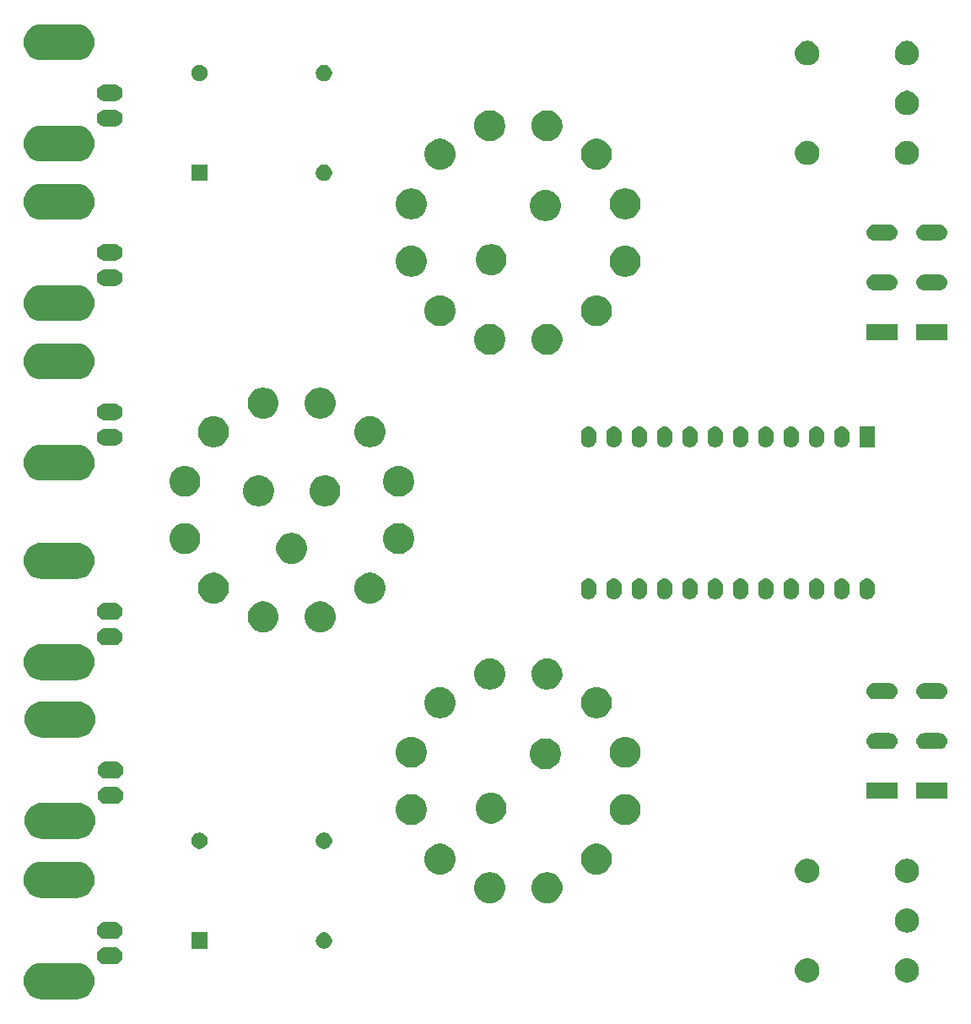
<source format=gbr>
G04 #@! TF.GenerationSoftware,KiCad,Pcbnew,(5.1.5)-3*
G04 #@! TF.CreationDate,2020-06-20T22:53:26+02:00*
G04 #@! TF.ProjectId,Tester,54657374-6572-42e6-9b69-6361645f7063,rev?*
G04 #@! TF.SameCoordinates,Original*
G04 #@! TF.FileFunction,Soldermask,Bot*
G04 #@! TF.FilePolarity,Negative*
%FSLAX46Y46*%
G04 Gerber Fmt 4.6, Leading zero omitted, Abs format (unit mm)*
G04 Created by KiCad (PCBNEW (5.1.5)-3) date 2020-06-20 22:53:26*
%MOMM*%
%LPD*%
G04 APERTURE LIST*
%ADD10C,0.100000*%
G04 APERTURE END LIST*
D10*
G36*
X59846669Y-155287686D02*
G01*
X60023058Y-155305059D01*
X60362548Y-155408042D01*
X60362550Y-155408043D01*
X60675422Y-155575277D01*
X60949661Y-155800339D01*
X61174723Y-156074578D01*
X61199140Y-156120259D01*
X61341958Y-156387452D01*
X61444941Y-156726942D01*
X61479714Y-157080000D01*
X61444941Y-157433058D01*
X61341958Y-157772548D01*
X61341957Y-157772550D01*
X61174723Y-158085422D01*
X60949661Y-158359661D01*
X60675422Y-158584723D01*
X60362550Y-158751957D01*
X60362548Y-158751958D01*
X60023058Y-158854941D01*
X59846669Y-158872314D01*
X59758476Y-158881000D01*
X56081524Y-158881000D01*
X55993331Y-158872314D01*
X55816942Y-158854941D01*
X55477452Y-158751958D01*
X55477450Y-158751957D01*
X55164578Y-158584723D01*
X54890339Y-158359661D01*
X54665277Y-158085422D01*
X54498043Y-157772550D01*
X54498042Y-157772548D01*
X54395059Y-157433058D01*
X54360286Y-157080000D01*
X54395059Y-156726942D01*
X54498042Y-156387452D01*
X54640860Y-156120259D01*
X54665277Y-156074578D01*
X54890339Y-155800339D01*
X55164578Y-155575277D01*
X55477450Y-155408043D01*
X55477452Y-155408042D01*
X55816942Y-155305059D01*
X55993331Y-155287686D01*
X56081524Y-155279000D01*
X59758476Y-155279000D01*
X59846669Y-155287686D01*
G37*
G36*
X143238205Y-154802461D02*
G01*
X143356153Y-154825922D01*
X143448194Y-154864047D01*
X143578359Y-154917963D01*
X143778342Y-155051587D01*
X143948413Y-155221658D01*
X144082037Y-155421641D01*
X144135953Y-155551806D01*
X144145676Y-155575278D01*
X144174078Y-155643848D01*
X144221000Y-155879741D01*
X144221000Y-156120259D01*
X144174078Y-156356152D01*
X144082037Y-156578359D01*
X143948413Y-156778342D01*
X143778342Y-156948413D01*
X143578359Y-157082037D01*
X143448194Y-157135953D01*
X143356153Y-157174078D01*
X143120259Y-157221000D01*
X142879741Y-157221000D01*
X142643847Y-157174078D01*
X142551806Y-157135953D01*
X142421641Y-157082037D01*
X142221658Y-156948413D01*
X142051587Y-156778342D01*
X141917963Y-156578359D01*
X141825922Y-156356152D01*
X141779000Y-156120259D01*
X141779000Y-155879741D01*
X141825922Y-155643848D01*
X141854325Y-155575278D01*
X141864047Y-155551806D01*
X141917963Y-155421641D01*
X142051587Y-155221658D01*
X142221658Y-155051587D01*
X142421641Y-154917963D01*
X142551806Y-154864047D01*
X142643847Y-154825922D01*
X142761795Y-154802461D01*
X142879741Y-154779000D01*
X143120259Y-154779000D01*
X143238205Y-154802461D01*
G37*
G36*
X133238205Y-154802461D02*
G01*
X133356153Y-154825922D01*
X133448194Y-154864047D01*
X133578359Y-154917963D01*
X133778342Y-155051587D01*
X133948413Y-155221658D01*
X134082037Y-155421641D01*
X134135953Y-155551806D01*
X134145676Y-155575278D01*
X134174078Y-155643848D01*
X134221000Y-155879741D01*
X134221000Y-156120259D01*
X134174078Y-156356152D01*
X134082037Y-156578359D01*
X133948413Y-156778342D01*
X133778342Y-156948413D01*
X133578359Y-157082037D01*
X133448194Y-157135953D01*
X133356153Y-157174078D01*
X133120259Y-157221000D01*
X132879741Y-157221000D01*
X132643847Y-157174078D01*
X132551806Y-157135953D01*
X132421641Y-157082037D01*
X132221658Y-156948413D01*
X132051587Y-156778342D01*
X131917963Y-156578359D01*
X131825922Y-156356152D01*
X131779000Y-156120259D01*
X131779000Y-155879741D01*
X131825922Y-155643848D01*
X131854325Y-155575278D01*
X131864047Y-155551806D01*
X131917963Y-155421641D01*
X132051587Y-155221658D01*
X132221658Y-155051587D01*
X132421641Y-154917963D01*
X132551806Y-154864047D01*
X132643847Y-154825922D01*
X132761795Y-154802461D01*
X132879741Y-154779000D01*
X133120259Y-154779000D01*
X133238205Y-154802461D01*
G37*
G36*
X63616823Y-153701313D02*
G01*
X63777242Y-153749976D01*
X63833102Y-153779834D01*
X63925078Y-153828996D01*
X64054659Y-153935341D01*
X64161004Y-154064922D01*
X64161005Y-154064924D01*
X64240024Y-154212758D01*
X64288687Y-154373177D01*
X64305117Y-154540000D01*
X64288687Y-154706823D01*
X64240024Y-154867242D01*
X64212913Y-154917963D01*
X64161004Y-155015078D01*
X64054659Y-155144659D01*
X63925078Y-155251004D01*
X63925076Y-155251005D01*
X63777242Y-155330024D01*
X63616823Y-155378687D01*
X63491804Y-155391000D01*
X62508196Y-155391000D01*
X62383177Y-155378687D01*
X62222758Y-155330024D01*
X62074924Y-155251005D01*
X62074922Y-155251004D01*
X61945341Y-155144659D01*
X61838996Y-155015078D01*
X61787087Y-154917963D01*
X61759976Y-154867242D01*
X61711313Y-154706823D01*
X61694883Y-154540000D01*
X61711313Y-154373177D01*
X61759976Y-154212758D01*
X61838995Y-154064924D01*
X61838996Y-154064922D01*
X61945341Y-153935341D01*
X62074922Y-153828996D01*
X62166898Y-153779834D01*
X62222758Y-153749976D01*
X62383177Y-153701313D01*
X62508196Y-153689000D01*
X63491804Y-153689000D01*
X63616823Y-153701313D01*
G37*
G36*
X84736560Y-152220166D02*
G01*
X84884153Y-152281301D01*
X84952908Y-152327242D01*
X85016982Y-152370055D01*
X85129945Y-152483018D01*
X85218700Y-152615849D01*
X85279834Y-152763440D01*
X85294802Y-152838687D01*
X85311000Y-152920123D01*
X85311000Y-153079877D01*
X85279834Y-153236560D01*
X85218699Y-153384153D01*
X85129945Y-153516982D01*
X85016982Y-153629945D01*
X84884153Y-153718699D01*
X84884152Y-153718700D01*
X84884151Y-153718700D01*
X84736560Y-153779834D01*
X84579878Y-153811000D01*
X84420122Y-153811000D01*
X84263440Y-153779834D01*
X84115849Y-153718700D01*
X84115848Y-153718700D01*
X84115847Y-153718699D01*
X83983018Y-153629945D01*
X83870055Y-153516982D01*
X83781301Y-153384153D01*
X83720166Y-153236560D01*
X83689000Y-153079877D01*
X83689000Y-152920123D01*
X83705199Y-152838687D01*
X83720166Y-152763440D01*
X83781300Y-152615849D01*
X83870055Y-152483018D01*
X83983018Y-152370055D01*
X84047092Y-152327242D01*
X84115847Y-152281301D01*
X84263440Y-152220166D01*
X84420122Y-152189000D01*
X84579878Y-152189000D01*
X84736560Y-152220166D01*
G37*
G36*
X72811000Y-153811000D02*
G01*
X71189000Y-153811000D01*
X71189000Y-152189000D01*
X72811000Y-152189000D01*
X72811000Y-153811000D01*
G37*
G36*
X63616823Y-151161313D02*
G01*
X63777242Y-151209976D01*
X63909906Y-151280886D01*
X63925078Y-151288996D01*
X64054659Y-151395341D01*
X64161004Y-151524922D01*
X64161005Y-151524924D01*
X64240024Y-151672758D01*
X64288687Y-151833177D01*
X64305117Y-152000000D01*
X64288687Y-152166823D01*
X64240024Y-152327242D01*
X64217140Y-152370055D01*
X64161004Y-152475078D01*
X64054659Y-152604659D01*
X63925078Y-152711004D01*
X63925076Y-152711005D01*
X63777242Y-152790024D01*
X63616823Y-152838687D01*
X63491804Y-152851000D01*
X62508196Y-152851000D01*
X62383177Y-152838687D01*
X62222758Y-152790024D01*
X62074924Y-152711005D01*
X62074922Y-152711004D01*
X61945341Y-152604659D01*
X61838996Y-152475078D01*
X61782860Y-152370055D01*
X61759976Y-152327242D01*
X61711313Y-152166823D01*
X61694883Y-152000000D01*
X61711313Y-151833177D01*
X61759976Y-151672758D01*
X61838995Y-151524924D01*
X61838996Y-151524922D01*
X61945341Y-151395341D01*
X62074922Y-151288996D01*
X62090094Y-151280886D01*
X62222758Y-151209976D01*
X62383177Y-151161313D01*
X62508196Y-151149000D01*
X63491804Y-151149000D01*
X63616823Y-151161313D01*
G37*
G36*
X143238205Y-149802461D02*
G01*
X143356153Y-149825922D01*
X143448194Y-149864047D01*
X143578359Y-149917963D01*
X143778342Y-150051587D01*
X143948413Y-150221658D01*
X144082037Y-150421641D01*
X144135953Y-150551806D01*
X144174078Y-150643847D01*
X144221000Y-150879742D01*
X144221000Y-151120258D01*
X144174078Y-151356153D01*
X144135953Y-151448194D01*
X144082037Y-151578359D01*
X143948413Y-151778342D01*
X143778342Y-151948413D01*
X143578359Y-152082037D01*
X143448194Y-152135953D01*
X143356153Y-152174078D01*
X143281134Y-152189000D01*
X143120259Y-152221000D01*
X142879741Y-152221000D01*
X142718866Y-152189000D01*
X142643847Y-152174078D01*
X142551806Y-152135953D01*
X142421641Y-152082037D01*
X142221658Y-151948413D01*
X142051587Y-151778342D01*
X141917963Y-151578359D01*
X141864047Y-151448194D01*
X141825922Y-151356153D01*
X141779000Y-151120258D01*
X141779000Y-150879742D01*
X141825922Y-150643847D01*
X141864047Y-150551806D01*
X141917963Y-150421641D01*
X142051587Y-150221658D01*
X142221658Y-150051587D01*
X142421641Y-149917963D01*
X142551806Y-149864047D01*
X142643847Y-149825922D01*
X142761795Y-149802461D01*
X142879741Y-149779000D01*
X143120259Y-149779000D01*
X143238205Y-149802461D01*
G37*
G36*
X107175476Y-146200578D02*
G01*
X107325301Y-146230380D01*
X107607565Y-146347297D01*
X107861596Y-146517035D01*
X108077632Y-146733071D01*
X108247370Y-146987102D01*
X108364287Y-147269366D01*
X108423891Y-147569016D01*
X108423891Y-147874536D01*
X108364287Y-148174186D01*
X108247370Y-148456450D01*
X108077632Y-148710481D01*
X107861596Y-148926517D01*
X107607565Y-149096255D01*
X107325301Y-149213172D01*
X107175476Y-149242974D01*
X107025652Y-149272776D01*
X106720130Y-149272776D01*
X106570306Y-149242974D01*
X106420481Y-149213172D01*
X106138217Y-149096255D01*
X105884186Y-148926517D01*
X105668150Y-148710481D01*
X105498412Y-148456450D01*
X105381495Y-148174186D01*
X105321891Y-147874536D01*
X105321891Y-147569016D01*
X105381495Y-147269366D01*
X105498412Y-146987102D01*
X105668150Y-146733071D01*
X105884186Y-146517035D01*
X106138217Y-146347297D01*
X106420481Y-146230380D01*
X106570306Y-146200578D01*
X106720130Y-146170776D01*
X107025652Y-146170776D01*
X107175476Y-146200578D01*
G37*
G36*
X101429694Y-146200578D02*
G01*
X101579519Y-146230380D01*
X101861783Y-146347297D01*
X102115814Y-146517035D01*
X102331850Y-146733071D01*
X102501588Y-146987102D01*
X102618505Y-147269366D01*
X102678109Y-147569016D01*
X102678109Y-147874536D01*
X102618505Y-148174186D01*
X102501588Y-148456450D01*
X102331850Y-148710481D01*
X102115814Y-148926517D01*
X101861783Y-149096255D01*
X101579519Y-149213172D01*
X101429694Y-149242974D01*
X101279870Y-149272776D01*
X100974348Y-149272776D01*
X100824524Y-149242974D01*
X100674699Y-149213172D01*
X100392435Y-149096255D01*
X100138404Y-148926517D01*
X99922368Y-148710481D01*
X99752630Y-148456450D01*
X99635713Y-148174186D01*
X99576109Y-147874536D01*
X99576109Y-147569016D01*
X99635713Y-147269366D01*
X99752630Y-146987102D01*
X99922368Y-146733071D01*
X100138404Y-146517035D01*
X100392435Y-146347297D01*
X100674699Y-146230380D01*
X100824524Y-146200578D01*
X100974348Y-146170776D01*
X101279870Y-146170776D01*
X101429694Y-146200578D01*
G37*
G36*
X59846669Y-145127686D02*
G01*
X60023058Y-145145059D01*
X60362548Y-145248042D01*
X60362550Y-145248043D01*
X60675422Y-145415277D01*
X60949661Y-145640339D01*
X61174723Y-145914578D01*
X61284662Y-146120259D01*
X61341958Y-146227452D01*
X61444941Y-146566942D01*
X61479714Y-146920000D01*
X61444941Y-147273058D01*
X61355163Y-147569016D01*
X61341957Y-147612550D01*
X61174723Y-147925422D01*
X60949661Y-148199661D01*
X60675422Y-148424723D01*
X60362550Y-148591957D01*
X60362548Y-148591958D01*
X60023058Y-148694941D01*
X59865287Y-148710480D01*
X59758476Y-148721000D01*
X56081524Y-148721000D01*
X55974713Y-148710480D01*
X55816942Y-148694941D01*
X55477452Y-148591958D01*
X55477450Y-148591957D01*
X55164578Y-148424723D01*
X54890339Y-148199661D01*
X54665277Y-147925422D01*
X54498043Y-147612550D01*
X54484837Y-147569016D01*
X54395059Y-147273058D01*
X54360286Y-146920000D01*
X54395059Y-146566942D01*
X54498042Y-146227452D01*
X54555338Y-146120259D01*
X54665277Y-145914578D01*
X54890339Y-145640339D01*
X55164578Y-145415277D01*
X55477450Y-145248043D01*
X55477452Y-145248042D01*
X55816942Y-145145059D01*
X55993331Y-145127686D01*
X56081524Y-145119000D01*
X59758476Y-145119000D01*
X59846669Y-145127686D01*
G37*
G36*
X133356153Y-144825922D02*
G01*
X133448194Y-144864047D01*
X133578359Y-144917963D01*
X133778342Y-145051587D01*
X133948413Y-145221658D01*
X134082037Y-145421641D01*
X134174078Y-145643848D01*
X134221000Y-145879741D01*
X134221000Y-146120259D01*
X134200491Y-146223364D01*
X134175840Y-146347297D01*
X134174078Y-146356152D01*
X134082037Y-146578359D01*
X133948413Y-146778342D01*
X133778342Y-146948413D01*
X133578359Y-147082037D01*
X133448194Y-147135953D01*
X133356153Y-147174078D01*
X133120259Y-147221000D01*
X132879741Y-147221000D01*
X132643847Y-147174078D01*
X132551806Y-147135953D01*
X132421641Y-147082037D01*
X132221658Y-146948413D01*
X132051587Y-146778342D01*
X131917963Y-146578359D01*
X131825922Y-146356152D01*
X131824161Y-146347297D01*
X131799509Y-146223364D01*
X131779000Y-146120259D01*
X131779000Y-145879741D01*
X131825922Y-145643848D01*
X131917963Y-145421641D01*
X132051587Y-145221658D01*
X132221658Y-145051587D01*
X132421641Y-144917963D01*
X132551806Y-144864047D01*
X132643847Y-144825922D01*
X132879741Y-144779000D01*
X133120259Y-144779000D01*
X133356153Y-144825922D01*
G37*
G36*
X143356153Y-144825922D02*
G01*
X143448194Y-144864047D01*
X143578359Y-144917963D01*
X143778342Y-145051587D01*
X143948413Y-145221658D01*
X144082037Y-145421641D01*
X144174078Y-145643848D01*
X144221000Y-145879741D01*
X144221000Y-146120259D01*
X144200491Y-146223364D01*
X144175840Y-146347297D01*
X144174078Y-146356152D01*
X144082037Y-146578359D01*
X143948413Y-146778342D01*
X143778342Y-146948413D01*
X143578359Y-147082037D01*
X143448194Y-147135953D01*
X143356153Y-147174078D01*
X143120259Y-147221000D01*
X142879741Y-147221000D01*
X142643847Y-147174078D01*
X142551806Y-147135953D01*
X142421641Y-147082037D01*
X142221658Y-146948413D01*
X142051587Y-146778342D01*
X141917963Y-146578359D01*
X141825922Y-146356152D01*
X141824161Y-146347297D01*
X141799509Y-146223364D01*
X141779000Y-146120259D01*
X141779000Y-145879741D01*
X141825922Y-145643848D01*
X141917963Y-145421641D01*
X142051587Y-145221658D01*
X142221658Y-145051587D01*
X142421641Y-144917963D01*
X142551806Y-144864047D01*
X142643847Y-144825922D01*
X142879741Y-144779000D01*
X143120259Y-144779000D01*
X143356153Y-144825922D01*
G37*
G36*
X112151470Y-143327687D02*
G01*
X112301295Y-143357489D01*
X112583559Y-143474406D01*
X112837590Y-143644144D01*
X113053626Y-143860180D01*
X113223364Y-144114211D01*
X113340281Y-144396475D01*
X113399885Y-144696125D01*
X113399885Y-145001645D01*
X113340281Y-145301295D01*
X113223364Y-145583559D01*
X113053626Y-145837590D01*
X112837590Y-146053626D01*
X112583559Y-146223364D01*
X112301295Y-146340281D01*
X112151470Y-146370083D01*
X112001646Y-146399885D01*
X111696124Y-146399885D01*
X111546300Y-146370083D01*
X111396475Y-146340281D01*
X111114211Y-146223364D01*
X110860180Y-146053626D01*
X110644144Y-145837590D01*
X110474406Y-145583559D01*
X110357489Y-145301295D01*
X110297885Y-145001645D01*
X110297885Y-144696125D01*
X110357489Y-144396475D01*
X110474406Y-144114211D01*
X110644144Y-143860180D01*
X110860180Y-143644144D01*
X111114211Y-143474406D01*
X111396475Y-143357489D01*
X111546300Y-143327687D01*
X111696124Y-143297885D01*
X112001646Y-143297885D01*
X112151470Y-143327687D01*
G37*
G36*
X96453700Y-143327687D02*
G01*
X96603525Y-143357489D01*
X96885789Y-143474406D01*
X97139820Y-143644144D01*
X97355856Y-143860180D01*
X97525594Y-144114211D01*
X97642511Y-144396475D01*
X97702115Y-144696125D01*
X97702115Y-145001645D01*
X97642511Y-145301295D01*
X97525594Y-145583559D01*
X97355856Y-145837590D01*
X97139820Y-146053626D01*
X96885789Y-146223364D01*
X96603525Y-146340281D01*
X96453700Y-146370083D01*
X96303876Y-146399885D01*
X95998354Y-146399885D01*
X95848530Y-146370083D01*
X95698705Y-146340281D01*
X95416441Y-146223364D01*
X95162410Y-146053626D01*
X94946374Y-145837590D01*
X94776636Y-145583559D01*
X94659719Y-145301295D01*
X94600115Y-145001645D01*
X94600115Y-144696125D01*
X94659719Y-144396475D01*
X94776636Y-144114211D01*
X94946374Y-143860180D01*
X95162410Y-143644144D01*
X95416441Y-143474406D01*
X95698705Y-143357489D01*
X95848530Y-143327687D01*
X95998354Y-143297885D01*
X96303876Y-143297885D01*
X96453700Y-143327687D01*
G37*
G36*
X84736560Y-142220166D02*
G01*
X84884153Y-142281301D01*
X85016982Y-142370055D01*
X85129945Y-142483018D01*
X85218699Y-142615847D01*
X85279834Y-142763440D01*
X85311000Y-142920123D01*
X85311000Y-143079877D01*
X85279834Y-143236560D01*
X85218699Y-143384153D01*
X85129945Y-143516982D01*
X85016982Y-143629945D01*
X84884153Y-143718699D01*
X84884152Y-143718700D01*
X84884151Y-143718700D01*
X84736560Y-143779834D01*
X84579878Y-143811000D01*
X84420122Y-143811000D01*
X84263440Y-143779834D01*
X84115849Y-143718700D01*
X84115848Y-143718700D01*
X84115847Y-143718699D01*
X83983018Y-143629945D01*
X83870055Y-143516982D01*
X83781301Y-143384153D01*
X83720166Y-143236560D01*
X83689000Y-143079877D01*
X83689000Y-142920123D01*
X83720166Y-142763440D01*
X83781301Y-142615847D01*
X83870055Y-142483018D01*
X83983018Y-142370055D01*
X84115847Y-142281301D01*
X84263440Y-142220166D01*
X84420122Y-142189000D01*
X84579878Y-142189000D01*
X84736560Y-142220166D01*
G37*
G36*
X72236560Y-142220166D02*
G01*
X72384153Y-142281301D01*
X72516982Y-142370055D01*
X72629945Y-142483018D01*
X72718699Y-142615847D01*
X72779834Y-142763440D01*
X72811000Y-142920123D01*
X72811000Y-143079877D01*
X72779834Y-143236560D01*
X72718699Y-143384153D01*
X72629945Y-143516982D01*
X72516982Y-143629945D01*
X72384153Y-143718699D01*
X72384152Y-143718700D01*
X72384151Y-143718700D01*
X72236560Y-143779834D01*
X72079878Y-143811000D01*
X71920122Y-143811000D01*
X71763440Y-143779834D01*
X71615849Y-143718700D01*
X71615848Y-143718700D01*
X71615847Y-143718699D01*
X71483018Y-143629945D01*
X71370055Y-143516982D01*
X71281301Y-143384153D01*
X71220166Y-143236560D01*
X71189000Y-143079877D01*
X71189000Y-142920123D01*
X71220166Y-142763440D01*
X71281301Y-142615847D01*
X71370055Y-142483018D01*
X71483018Y-142370055D01*
X71615847Y-142281301D01*
X71763440Y-142220166D01*
X71920122Y-142189000D01*
X72079878Y-142189000D01*
X72236560Y-142220166D01*
G37*
G36*
X59926669Y-139207686D02*
G01*
X60103058Y-139225059D01*
X60442548Y-139328042D01*
X60442550Y-139328043D01*
X60755422Y-139495277D01*
X61029661Y-139720339D01*
X61254723Y-139994578D01*
X61271332Y-140025652D01*
X61421958Y-140307452D01*
X61524941Y-140646942D01*
X61559714Y-141000000D01*
X61524941Y-141353058D01*
X61503454Y-141423891D01*
X61421957Y-141692550D01*
X61254723Y-142005422D01*
X61029661Y-142279661D01*
X60755422Y-142504723D01*
X60547524Y-142615847D01*
X60442548Y-142671958D01*
X60103058Y-142774941D01*
X59926669Y-142792314D01*
X59838476Y-142801000D01*
X56161524Y-142801000D01*
X56073331Y-142792314D01*
X55896942Y-142774941D01*
X55557452Y-142671958D01*
X55452476Y-142615847D01*
X55244578Y-142504723D01*
X54970339Y-142279661D01*
X54745277Y-142005422D01*
X54578043Y-141692550D01*
X54496546Y-141423891D01*
X54475059Y-141353058D01*
X54440286Y-141000000D01*
X54475059Y-140646942D01*
X54578042Y-140307452D01*
X54728668Y-140025652D01*
X54745277Y-139994578D01*
X54970339Y-139720339D01*
X55244578Y-139495277D01*
X55557450Y-139328043D01*
X55557452Y-139328042D01*
X55896942Y-139225059D01*
X56073331Y-139207686D01*
X56161524Y-139199000D01*
X59838476Y-139199000D01*
X59926669Y-139207686D01*
G37*
G36*
X115005202Y-138347882D02*
G01*
X115174186Y-138381495D01*
X115456450Y-138498412D01*
X115710481Y-138668150D01*
X115926517Y-138884186D01*
X116096255Y-139138217D01*
X116213172Y-139420481D01*
X116272776Y-139720131D01*
X116272776Y-140025651D01*
X116213172Y-140325301D01*
X116096255Y-140607565D01*
X115926517Y-140861596D01*
X115710481Y-141077632D01*
X115456450Y-141247370D01*
X115174186Y-141364287D01*
X115024361Y-141394089D01*
X114874537Y-141423891D01*
X114569015Y-141423891D01*
X114419191Y-141394089D01*
X114269366Y-141364287D01*
X113987102Y-141247370D01*
X113733071Y-141077632D01*
X113517035Y-140861596D01*
X113347297Y-140607565D01*
X113230380Y-140325301D01*
X113170776Y-140025651D01*
X113170776Y-139720131D01*
X113230380Y-139420481D01*
X113347297Y-139138217D01*
X113517035Y-138884186D01*
X113733071Y-138668150D01*
X113987102Y-138498412D01*
X114269366Y-138381495D01*
X114438350Y-138347882D01*
X114569015Y-138321891D01*
X114874537Y-138321891D01*
X115005202Y-138347882D01*
G37*
G36*
X93561650Y-138347882D02*
G01*
X93730634Y-138381495D01*
X94012898Y-138498412D01*
X94266929Y-138668150D01*
X94482965Y-138884186D01*
X94652703Y-139138217D01*
X94769620Y-139420481D01*
X94829224Y-139720131D01*
X94829224Y-140025651D01*
X94769620Y-140325301D01*
X94652703Y-140607565D01*
X94482965Y-140861596D01*
X94266929Y-141077632D01*
X94012898Y-141247370D01*
X93730634Y-141364287D01*
X93580809Y-141394089D01*
X93430985Y-141423891D01*
X93125463Y-141423891D01*
X92975639Y-141394089D01*
X92825814Y-141364287D01*
X92543550Y-141247370D01*
X92289519Y-141077632D01*
X92073483Y-140861596D01*
X91903745Y-140607565D01*
X91786828Y-140325301D01*
X91727224Y-140025651D01*
X91727224Y-139720131D01*
X91786828Y-139420481D01*
X91903745Y-139138217D01*
X92073483Y-138884186D01*
X92289519Y-138668150D01*
X92543550Y-138498412D01*
X92825814Y-138381495D01*
X92994798Y-138347882D01*
X93125463Y-138321891D01*
X93430985Y-138321891D01*
X93561650Y-138347882D01*
G37*
G36*
X101580224Y-138201163D02*
G01*
X101730049Y-138230965D01*
X102012313Y-138347882D01*
X102266344Y-138517620D01*
X102482380Y-138733656D01*
X102652118Y-138987687D01*
X102769035Y-139269951D01*
X102828639Y-139569601D01*
X102828639Y-139875121D01*
X102769035Y-140174771D01*
X102652118Y-140457035D01*
X102482380Y-140711066D01*
X102266344Y-140927102D01*
X102012313Y-141096840D01*
X101730049Y-141213757D01*
X101580224Y-141243559D01*
X101430400Y-141273361D01*
X101124878Y-141273361D01*
X100975054Y-141243559D01*
X100825229Y-141213757D01*
X100542965Y-141096840D01*
X100288934Y-140927102D01*
X100072898Y-140711066D01*
X99903160Y-140457035D01*
X99786243Y-140174771D01*
X99726639Y-139875121D01*
X99726639Y-139569601D01*
X99786243Y-139269951D01*
X99903160Y-138987687D01*
X100072898Y-138733656D01*
X100288934Y-138517620D01*
X100542965Y-138347882D01*
X100825229Y-138230965D01*
X100975054Y-138201163D01*
X101124878Y-138171361D01*
X101430400Y-138171361D01*
X101580224Y-138201163D01*
G37*
G36*
X63696823Y-137621313D02*
G01*
X63857242Y-137669976D01*
X63989906Y-137740886D01*
X64005078Y-137748996D01*
X64134659Y-137855341D01*
X64241004Y-137984922D01*
X64241005Y-137984924D01*
X64320024Y-138132758D01*
X64368687Y-138293177D01*
X64385117Y-138460000D01*
X64368687Y-138626823D01*
X64320024Y-138787242D01*
X64312670Y-138801000D01*
X64241004Y-138935078D01*
X64134659Y-139064659D01*
X64005078Y-139171004D01*
X64005076Y-139171005D01*
X63857242Y-139250024D01*
X63696823Y-139298687D01*
X63571804Y-139311000D01*
X62588196Y-139311000D01*
X62463177Y-139298687D01*
X62302758Y-139250024D01*
X62154924Y-139171005D01*
X62154922Y-139171004D01*
X62025341Y-139064659D01*
X61918996Y-138935078D01*
X61847330Y-138801000D01*
X61839976Y-138787242D01*
X61791313Y-138626823D01*
X61774883Y-138460000D01*
X61791313Y-138293177D01*
X61839976Y-138132758D01*
X61918995Y-137984924D01*
X61918996Y-137984922D01*
X62025341Y-137855341D01*
X62154922Y-137748996D01*
X62170094Y-137740886D01*
X62302758Y-137669976D01*
X62463177Y-137621313D01*
X62588196Y-137609000D01*
X63571804Y-137609000D01*
X63696823Y-137621313D01*
G37*
G36*
X142051000Y-138801000D02*
G01*
X138949000Y-138801000D01*
X138949000Y-137199000D01*
X142051000Y-137199000D01*
X142051000Y-138801000D01*
G37*
G36*
X147051000Y-138801000D02*
G01*
X143949000Y-138801000D01*
X143949000Y-137199000D01*
X147051000Y-137199000D01*
X147051000Y-138801000D01*
G37*
G36*
X63696823Y-135081313D02*
G01*
X63857242Y-135129976D01*
X63989906Y-135200886D01*
X64005078Y-135208996D01*
X64134659Y-135315341D01*
X64241004Y-135444922D01*
X64241005Y-135444924D01*
X64320024Y-135592758D01*
X64368687Y-135753177D01*
X64385117Y-135920000D01*
X64368687Y-136086823D01*
X64320024Y-136247242D01*
X64249114Y-136379906D01*
X64241004Y-136395078D01*
X64134659Y-136524659D01*
X64005078Y-136631004D01*
X64005076Y-136631005D01*
X63857242Y-136710024D01*
X63696823Y-136758687D01*
X63571804Y-136771000D01*
X62588196Y-136771000D01*
X62463177Y-136758687D01*
X62302758Y-136710024D01*
X62154924Y-136631005D01*
X62154922Y-136631004D01*
X62025341Y-136524659D01*
X61918996Y-136395078D01*
X61910886Y-136379906D01*
X61839976Y-136247242D01*
X61791313Y-136086823D01*
X61774883Y-135920000D01*
X61791313Y-135753177D01*
X61839976Y-135592758D01*
X61918995Y-135444924D01*
X61918996Y-135444922D01*
X62025341Y-135315341D01*
X62154922Y-135208996D01*
X62170094Y-135200886D01*
X62302758Y-135129976D01*
X62463177Y-135081313D01*
X62588196Y-135069000D01*
X63571804Y-135069000D01*
X63696823Y-135081313D01*
G37*
G36*
X107005787Y-132752630D02*
G01*
X107174771Y-132786243D01*
X107457035Y-132903160D01*
X107711066Y-133072898D01*
X107927102Y-133288934D01*
X108096840Y-133542965D01*
X108213757Y-133825229D01*
X108273361Y-134124879D01*
X108273361Y-134430399D01*
X108213757Y-134730049D01*
X108096840Y-135012313D01*
X107927102Y-135266344D01*
X107711066Y-135482380D01*
X107457035Y-135652118D01*
X107174771Y-135769035D01*
X107024946Y-135798837D01*
X106875122Y-135828639D01*
X106569600Y-135828639D01*
X106419776Y-135798837D01*
X106269951Y-135769035D01*
X105987687Y-135652118D01*
X105733656Y-135482380D01*
X105517620Y-135266344D01*
X105347882Y-135012313D01*
X105230965Y-134730049D01*
X105171361Y-134430399D01*
X105171361Y-134124879D01*
X105230965Y-133825229D01*
X105347882Y-133542965D01*
X105517620Y-133288934D01*
X105733656Y-133072898D01*
X105987687Y-132903160D01*
X106269951Y-132786243D01*
X106438935Y-132752630D01*
X106569600Y-132726639D01*
X106875122Y-132726639D01*
X107005787Y-132752630D01*
G37*
G36*
X115024361Y-132605911D02*
G01*
X115174186Y-132635713D01*
X115456450Y-132752630D01*
X115710481Y-132922368D01*
X115926517Y-133138404D01*
X116096255Y-133392435D01*
X116213172Y-133674699D01*
X116272776Y-133974349D01*
X116272776Y-134279869D01*
X116213172Y-134579519D01*
X116096255Y-134861783D01*
X115926517Y-135115814D01*
X115710481Y-135331850D01*
X115456450Y-135501588D01*
X115174186Y-135618505D01*
X115024361Y-135648307D01*
X114874537Y-135678109D01*
X114569015Y-135678109D01*
X114419191Y-135648307D01*
X114269366Y-135618505D01*
X113987102Y-135501588D01*
X113733071Y-135331850D01*
X113517035Y-135115814D01*
X113347297Y-134861783D01*
X113230380Y-134579519D01*
X113170776Y-134279869D01*
X113170776Y-133974349D01*
X113230380Y-133674699D01*
X113347297Y-133392435D01*
X113517035Y-133138404D01*
X113733071Y-132922368D01*
X113987102Y-132752630D01*
X114269366Y-132635713D01*
X114419191Y-132605911D01*
X114569015Y-132576109D01*
X114874537Y-132576109D01*
X115024361Y-132605911D01*
G37*
G36*
X93580809Y-132605911D02*
G01*
X93730634Y-132635713D01*
X94012898Y-132752630D01*
X94266929Y-132922368D01*
X94482965Y-133138404D01*
X94652703Y-133392435D01*
X94769620Y-133674699D01*
X94829224Y-133974349D01*
X94829224Y-134279869D01*
X94769620Y-134579519D01*
X94652703Y-134861783D01*
X94482965Y-135115814D01*
X94266929Y-135331850D01*
X94012898Y-135501588D01*
X93730634Y-135618505D01*
X93580809Y-135648307D01*
X93430985Y-135678109D01*
X93125463Y-135678109D01*
X92975639Y-135648307D01*
X92825814Y-135618505D01*
X92543550Y-135501588D01*
X92289519Y-135331850D01*
X92073483Y-135115814D01*
X91903745Y-134861783D01*
X91786828Y-134579519D01*
X91727224Y-134279869D01*
X91727224Y-133974349D01*
X91786828Y-133674699D01*
X91903745Y-133392435D01*
X92073483Y-133138404D01*
X92289519Y-132922368D01*
X92543550Y-132752630D01*
X92825814Y-132635713D01*
X92975639Y-132605911D01*
X93125463Y-132576109D01*
X93430985Y-132576109D01*
X93580809Y-132605911D01*
G37*
G36*
X141328571Y-132202863D02*
G01*
X141407023Y-132210590D01*
X141507682Y-132241125D01*
X141558013Y-132256392D01*
X141697165Y-132330771D01*
X141819133Y-132430867D01*
X141919229Y-132552835D01*
X141993608Y-132691987D01*
X141993608Y-132691988D01*
X142039410Y-132842977D01*
X142054875Y-133000000D01*
X142039410Y-133157023D01*
X142008875Y-133257682D01*
X141993608Y-133308013D01*
X141919229Y-133447165D01*
X141819133Y-133569133D01*
X141697165Y-133669229D01*
X141558013Y-133743608D01*
X141507682Y-133758875D01*
X141407023Y-133789410D01*
X141328571Y-133797137D01*
X141289346Y-133801000D01*
X139710654Y-133801000D01*
X139671429Y-133797137D01*
X139592977Y-133789410D01*
X139492318Y-133758875D01*
X139441987Y-133743608D01*
X139302835Y-133669229D01*
X139180867Y-133569133D01*
X139080771Y-133447165D01*
X139006392Y-133308013D01*
X138991125Y-133257682D01*
X138960590Y-133157023D01*
X138945125Y-133000000D01*
X138960590Y-132842977D01*
X139006392Y-132691988D01*
X139006392Y-132691987D01*
X139080771Y-132552835D01*
X139180867Y-132430867D01*
X139302835Y-132330771D01*
X139441987Y-132256392D01*
X139492318Y-132241125D01*
X139592977Y-132210590D01*
X139671429Y-132202863D01*
X139710654Y-132199000D01*
X141289346Y-132199000D01*
X141328571Y-132202863D01*
G37*
G36*
X146328571Y-132202863D02*
G01*
X146407023Y-132210590D01*
X146507682Y-132241125D01*
X146558013Y-132256392D01*
X146697165Y-132330771D01*
X146819133Y-132430867D01*
X146919229Y-132552835D01*
X146993608Y-132691987D01*
X146993608Y-132691988D01*
X147039410Y-132842977D01*
X147054875Y-133000000D01*
X147039410Y-133157023D01*
X147008875Y-133257682D01*
X146993608Y-133308013D01*
X146919229Y-133447165D01*
X146819133Y-133569133D01*
X146697165Y-133669229D01*
X146558013Y-133743608D01*
X146507682Y-133758875D01*
X146407023Y-133789410D01*
X146328571Y-133797137D01*
X146289346Y-133801000D01*
X144710654Y-133801000D01*
X144671429Y-133797137D01*
X144592977Y-133789410D01*
X144492318Y-133758875D01*
X144441987Y-133743608D01*
X144302835Y-133669229D01*
X144180867Y-133569133D01*
X144080771Y-133447165D01*
X144006392Y-133308013D01*
X143991125Y-133257682D01*
X143960590Y-133157023D01*
X143945125Y-133000000D01*
X143960590Y-132842977D01*
X144006392Y-132691988D01*
X144006392Y-132691987D01*
X144080771Y-132552835D01*
X144180867Y-132430867D01*
X144302835Y-132330771D01*
X144441987Y-132256392D01*
X144492318Y-132241125D01*
X144592977Y-132210590D01*
X144671429Y-132202863D01*
X144710654Y-132199000D01*
X146289346Y-132199000D01*
X146328571Y-132202863D01*
G37*
G36*
X59926669Y-129047686D02*
G01*
X60103058Y-129065059D01*
X60442548Y-129168042D01*
X60442550Y-129168043D01*
X60755422Y-129335277D01*
X61029661Y-129560339D01*
X61254723Y-129834578D01*
X61282096Y-129885789D01*
X61421958Y-130147452D01*
X61524941Y-130486942D01*
X61559714Y-130840000D01*
X61524941Y-131193058D01*
X61421958Y-131532548D01*
X61421957Y-131532550D01*
X61254723Y-131845422D01*
X61029661Y-132119661D01*
X60755422Y-132344723D01*
X60594258Y-132430867D01*
X60442548Y-132511958D01*
X60103058Y-132614941D01*
X59926669Y-132632314D01*
X59838476Y-132641000D01*
X56161524Y-132641000D01*
X56073331Y-132632314D01*
X55896942Y-132614941D01*
X55557452Y-132511958D01*
X55405742Y-132430867D01*
X55244578Y-132344723D01*
X54970339Y-132119661D01*
X54745277Y-131845422D01*
X54578043Y-131532550D01*
X54578042Y-131532548D01*
X54475059Y-131193058D01*
X54440286Y-130840000D01*
X54475059Y-130486942D01*
X54578042Y-130147452D01*
X54717904Y-129885789D01*
X54745277Y-129834578D01*
X54970339Y-129560339D01*
X55244578Y-129335277D01*
X55557450Y-129168043D01*
X55557452Y-129168042D01*
X55896942Y-129065059D01*
X56073331Y-129047686D01*
X56161524Y-129039000D01*
X59838476Y-129039000D01*
X59926669Y-129047686D01*
G37*
G36*
X96453700Y-127629917D02*
G01*
X96603525Y-127659719D01*
X96885789Y-127776636D01*
X97139820Y-127946374D01*
X97355856Y-128162410D01*
X97525594Y-128416441D01*
X97642511Y-128698705D01*
X97702115Y-128998355D01*
X97702115Y-129303875D01*
X97642511Y-129603525D01*
X97525594Y-129885789D01*
X97355856Y-130139820D01*
X97139820Y-130355856D01*
X96885789Y-130525594D01*
X96603525Y-130642511D01*
X96453700Y-130672313D01*
X96303876Y-130702115D01*
X95998354Y-130702115D01*
X95848530Y-130672313D01*
X95698705Y-130642511D01*
X95416441Y-130525594D01*
X95162410Y-130355856D01*
X94946374Y-130139820D01*
X94776636Y-129885789D01*
X94659719Y-129603525D01*
X94600115Y-129303875D01*
X94600115Y-128998355D01*
X94659719Y-128698705D01*
X94776636Y-128416441D01*
X94946374Y-128162410D01*
X95162410Y-127946374D01*
X95416441Y-127776636D01*
X95698705Y-127659719D01*
X95848530Y-127629917D01*
X95998354Y-127600115D01*
X96303876Y-127600115D01*
X96453700Y-127629917D01*
G37*
G36*
X112151470Y-127629917D02*
G01*
X112301295Y-127659719D01*
X112583559Y-127776636D01*
X112837590Y-127946374D01*
X113053626Y-128162410D01*
X113223364Y-128416441D01*
X113340281Y-128698705D01*
X113399885Y-128998355D01*
X113399885Y-129303875D01*
X113340281Y-129603525D01*
X113223364Y-129885789D01*
X113053626Y-130139820D01*
X112837590Y-130355856D01*
X112583559Y-130525594D01*
X112301295Y-130642511D01*
X112151470Y-130672313D01*
X112001646Y-130702115D01*
X111696124Y-130702115D01*
X111546300Y-130672313D01*
X111396475Y-130642511D01*
X111114211Y-130525594D01*
X110860180Y-130355856D01*
X110644144Y-130139820D01*
X110474406Y-129885789D01*
X110357489Y-129603525D01*
X110297885Y-129303875D01*
X110297885Y-128998355D01*
X110357489Y-128698705D01*
X110474406Y-128416441D01*
X110644144Y-128162410D01*
X110860180Y-127946374D01*
X111114211Y-127776636D01*
X111396475Y-127659719D01*
X111546300Y-127629917D01*
X111696124Y-127600115D01*
X112001646Y-127600115D01*
X112151470Y-127629917D01*
G37*
G36*
X141328571Y-127202863D02*
G01*
X141407023Y-127210590D01*
X141507682Y-127241125D01*
X141558013Y-127256392D01*
X141697165Y-127330771D01*
X141819133Y-127430867D01*
X141919229Y-127552835D01*
X141993608Y-127691987D01*
X141993608Y-127691988D01*
X142039410Y-127842977D01*
X142054875Y-128000000D01*
X142039410Y-128157023D01*
X142008875Y-128257682D01*
X141993608Y-128308013D01*
X141919229Y-128447165D01*
X141819133Y-128569133D01*
X141697165Y-128669229D01*
X141558013Y-128743608D01*
X141507682Y-128758875D01*
X141407023Y-128789410D01*
X141328571Y-128797137D01*
X141289346Y-128801000D01*
X139710654Y-128801000D01*
X139671429Y-128797137D01*
X139592977Y-128789410D01*
X139492318Y-128758875D01*
X139441987Y-128743608D01*
X139302835Y-128669229D01*
X139180867Y-128569133D01*
X139080771Y-128447165D01*
X139006392Y-128308013D01*
X138991125Y-128257682D01*
X138960590Y-128157023D01*
X138945125Y-128000000D01*
X138960590Y-127842977D01*
X139006392Y-127691988D01*
X139006392Y-127691987D01*
X139080771Y-127552835D01*
X139180867Y-127430867D01*
X139302835Y-127330771D01*
X139441987Y-127256392D01*
X139492318Y-127241125D01*
X139592977Y-127210590D01*
X139671429Y-127202863D01*
X139710654Y-127199000D01*
X141289346Y-127199000D01*
X141328571Y-127202863D01*
G37*
G36*
X146328571Y-127202863D02*
G01*
X146407023Y-127210590D01*
X146507682Y-127241125D01*
X146558013Y-127256392D01*
X146697165Y-127330771D01*
X146819133Y-127430867D01*
X146919229Y-127552835D01*
X146993608Y-127691987D01*
X146993608Y-127691988D01*
X147039410Y-127842977D01*
X147054875Y-128000000D01*
X147039410Y-128157023D01*
X147008875Y-128257682D01*
X146993608Y-128308013D01*
X146919229Y-128447165D01*
X146819133Y-128569133D01*
X146697165Y-128669229D01*
X146558013Y-128743608D01*
X146507682Y-128758875D01*
X146407023Y-128789410D01*
X146328571Y-128797137D01*
X146289346Y-128801000D01*
X144710654Y-128801000D01*
X144671429Y-128797137D01*
X144592977Y-128789410D01*
X144492318Y-128758875D01*
X144441987Y-128743608D01*
X144302835Y-128669229D01*
X144180867Y-128569133D01*
X144080771Y-128447165D01*
X144006392Y-128308013D01*
X143991125Y-128257682D01*
X143960590Y-128157023D01*
X143945125Y-128000000D01*
X143960590Y-127842977D01*
X144006392Y-127691988D01*
X144006392Y-127691987D01*
X144080771Y-127552835D01*
X144180867Y-127430867D01*
X144302835Y-127330771D01*
X144441987Y-127256392D01*
X144492318Y-127241125D01*
X144592977Y-127210590D01*
X144671429Y-127202863D01*
X144710654Y-127199000D01*
X146289346Y-127199000D01*
X146328571Y-127202863D01*
G37*
G36*
X101429694Y-124757026D02*
G01*
X101579519Y-124786828D01*
X101861783Y-124903745D01*
X102115814Y-125073483D01*
X102331850Y-125289519D01*
X102501588Y-125543550D01*
X102596442Y-125772550D01*
X102618505Y-125825815D01*
X102670145Y-126085423D01*
X102678109Y-126125464D01*
X102678109Y-126430984D01*
X102618505Y-126730634D01*
X102501588Y-127012898D01*
X102331850Y-127266929D01*
X102115814Y-127482965D01*
X101861783Y-127652703D01*
X101579519Y-127769620D01*
X101429694Y-127799422D01*
X101279870Y-127829224D01*
X100974348Y-127829224D01*
X100824524Y-127799422D01*
X100674699Y-127769620D01*
X100392435Y-127652703D01*
X100138404Y-127482965D01*
X99922368Y-127266929D01*
X99752630Y-127012898D01*
X99635713Y-126730634D01*
X99576109Y-126430984D01*
X99576109Y-126125464D01*
X99584074Y-126085423D01*
X99635713Y-125825815D01*
X99657776Y-125772550D01*
X99752630Y-125543550D01*
X99922368Y-125289519D01*
X100138404Y-125073483D01*
X100392435Y-124903745D01*
X100674699Y-124786828D01*
X100824524Y-124757026D01*
X100974348Y-124727224D01*
X101279870Y-124727224D01*
X101429694Y-124757026D01*
G37*
G36*
X107175476Y-124757026D02*
G01*
X107325301Y-124786828D01*
X107607565Y-124903745D01*
X107861596Y-125073483D01*
X108077632Y-125289519D01*
X108247370Y-125543550D01*
X108342224Y-125772550D01*
X108364287Y-125825815D01*
X108415927Y-126085423D01*
X108423891Y-126125464D01*
X108423891Y-126430984D01*
X108364287Y-126730634D01*
X108247370Y-127012898D01*
X108077632Y-127266929D01*
X107861596Y-127482965D01*
X107607565Y-127652703D01*
X107325301Y-127769620D01*
X107175476Y-127799422D01*
X107025652Y-127829224D01*
X106720130Y-127829224D01*
X106570306Y-127799422D01*
X106420481Y-127769620D01*
X106138217Y-127652703D01*
X105884186Y-127482965D01*
X105668150Y-127266929D01*
X105498412Y-127012898D01*
X105381495Y-126730634D01*
X105321891Y-126430984D01*
X105321891Y-126125464D01*
X105329856Y-126085423D01*
X105381495Y-125825815D01*
X105403558Y-125772550D01*
X105498412Y-125543550D01*
X105668150Y-125289519D01*
X105884186Y-125073483D01*
X106138217Y-124903745D01*
X106420481Y-124786828D01*
X106570306Y-124757026D01*
X106720130Y-124727224D01*
X107025652Y-124727224D01*
X107175476Y-124757026D01*
G37*
G36*
X59846669Y-123287686D02*
G01*
X60023058Y-123305059D01*
X60362548Y-123408042D01*
X60362550Y-123408043D01*
X60675422Y-123575277D01*
X60675424Y-123575278D01*
X60675423Y-123575278D01*
X60949661Y-123800339D01*
X61174722Y-124074577D01*
X61341958Y-124387452D01*
X61444941Y-124726942D01*
X61479714Y-125080000D01*
X61444941Y-125433058D01*
X61411423Y-125543552D01*
X61341957Y-125772550D01*
X61174723Y-126085422D01*
X60949661Y-126359661D01*
X60675422Y-126584723D01*
X60402444Y-126730633D01*
X60362548Y-126751958D01*
X60023058Y-126854941D01*
X59846669Y-126872314D01*
X59758476Y-126881000D01*
X56081524Y-126881000D01*
X55993331Y-126872314D01*
X55816942Y-126854941D01*
X55477452Y-126751958D01*
X55437556Y-126730633D01*
X55164578Y-126584723D01*
X54890339Y-126359661D01*
X54665277Y-126085422D01*
X54498043Y-125772550D01*
X54428577Y-125543552D01*
X54395059Y-125433058D01*
X54360286Y-125080000D01*
X54395059Y-124726942D01*
X54498042Y-124387452D01*
X54665278Y-124074577D01*
X54890339Y-123800339D01*
X55164577Y-123575278D01*
X55164576Y-123575278D01*
X55164578Y-123575277D01*
X55477450Y-123408043D01*
X55477452Y-123408042D01*
X55816942Y-123305059D01*
X55993331Y-123287686D01*
X56081524Y-123279000D01*
X59758476Y-123279000D01*
X59846669Y-123287686D01*
G37*
G36*
X63616823Y-121701313D02*
G01*
X63777242Y-121749976D01*
X63909906Y-121820886D01*
X63925078Y-121828996D01*
X64054659Y-121935341D01*
X64161004Y-122064922D01*
X64161005Y-122064924D01*
X64240024Y-122212758D01*
X64288687Y-122373177D01*
X64305117Y-122540000D01*
X64288687Y-122706823D01*
X64240024Y-122867242D01*
X64169114Y-122999906D01*
X64161004Y-123015078D01*
X64054659Y-123144659D01*
X63925078Y-123251004D01*
X63925076Y-123251005D01*
X63777242Y-123330024D01*
X63616823Y-123378687D01*
X63491804Y-123391000D01*
X62508196Y-123391000D01*
X62383177Y-123378687D01*
X62222758Y-123330024D01*
X62074924Y-123251005D01*
X62074922Y-123251004D01*
X61945341Y-123144659D01*
X61838996Y-123015078D01*
X61830886Y-122999906D01*
X61759976Y-122867242D01*
X61711313Y-122706823D01*
X61694883Y-122540000D01*
X61711313Y-122373177D01*
X61759976Y-122212758D01*
X61838995Y-122064924D01*
X61838996Y-122064922D01*
X61945341Y-121935341D01*
X62074922Y-121828996D01*
X62090094Y-121820886D01*
X62222758Y-121749976D01*
X62383177Y-121701313D01*
X62508196Y-121689000D01*
X63491804Y-121689000D01*
X63616823Y-121701313D01*
G37*
G36*
X78695497Y-119025577D02*
G01*
X78845322Y-119055379D01*
X79127586Y-119172296D01*
X79381617Y-119342034D01*
X79597653Y-119558070D01*
X79767391Y-119812101D01*
X79884308Y-120094365D01*
X79884308Y-120094366D01*
X79943912Y-120394014D01*
X79943912Y-120699536D01*
X79916233Y-120838686D01*
X79884308Y-120999185D01*
X79767391Y-121281449D01*
X79597653Y-121535480D01*
X79381617Y-121751516D01*
X79127586Y-121921254D01*
X78845322Y-122038171D01*
X78710835Y-122064922D01*
X78545673Y-122097775D01*
X78240151Y-122097775D01*
X78074989Y-122064922D01*
X77940502Y-122038171D01*
X77658238Y-121921254D01*
X77404207Y-121751516D01*
X77188171Y-121535480D01*
X77018433Y-121281449D01*
X76901516Y-120999185D01*
X76869591Y-120838686D01*
X76841912Y-120699536D01*
X76841912Y-120394014D01*
X76901516Y-120094366D01*
X76901516Y-120094365D01*
X77018433Y-119812101D01*
X77188171Y-119558070D01*
X77404207Y-119342034D01*
X77658238Y-119172296D01*
X77940502Y-119055379D01*
X78090327Y-119025577D01*
X78240151Y-118995775D01*
X78545673Y-118995775D01*
X78695497Y-119025577D01*
G37*
G36*
X84441279Y-119025577D02*
G01*
X84591104Y-119055379D01*
X84873368Y-119172296D01*
X85127399Y-119342034D01*
X85343435Y-119558070D01*
X85513173Y-119812101D01*
X85630090Y-120094365D01*
X85630090Y-120094366D01*
X85689694Y-120394014D01*
X85689694Y-120699536D01*
X85662015Y-120838686D01*
X85630090Y-120999185D01*
X85513173Y-121281449D01*
X85343435Y-121535480D01*
X85127399Y-121751516D01*
X84873368Y-121921254D01*
X84591104Y-122038171D01*
X84456617Y-122064922D01*
X84291455Y-122097775D01*
X83985933Y-122097775D01*
X83820771Y-122064922D01*
X83686284Y-122038171D01*
X83404020Y-121921254D01*
X83149989Y-121751516D01*
X82933953Y-121535480D01*
X82764215Y-121281449D01*
X82647298Y-120999185D01*
X82615373Y-120838686D01*
X82587694Y-120699536D01*
X82587694Y-120394014D01*
X82647298Y-120094366D01*
X82647298Y-120094365D01*
X82764215Y-119812101D01*
X82933953Y-119558070D01*
X83149989Y-119342034D01*
X83404020Y-119172296D01*
X83686284Y-119055379D01*
X83836109Y-119025577D01*
X83985933Y-118995775D01*
X84291455Y-118995775D01*
X84441279Y-119025577D01*
G37*
G36*
X63616823Y-119161313D02*
G01*
X63777242Y-119209976D01*
X63909906Y-119280886D01*
X63925078Y-119288996D01*
X64054659Y-119395341D01*
X64161004Y-119524922D01*
X64161005Y-119524924D01*
X64240024Y-119672758D01*
X64288687Y-119833177D01*
X64305117Y-120000000D01*
X64288687Y-120166823D01*
X64240024Y-120327242D01*
X64204333Y-120394015D01*
X64161004Y-120475078D01*
X64054659Y-120604659D01*
X63925078Y-120711004D01*
X63925076Y-120711005D01*
X63777242Y-120790024D01*
X63616823Y-120838687D01*
X63491804Y-120851000D01*
X62508196Y-120851000D01*
X62383177Y-120838687D01*
X62222758Y-120790024D01*
X62074924Y-120711005D01*
X62074922Y-120711004D01*
X61945341Y-120604659D01*
X61838996Y-120475078D01*
X61795667Y-120394015D01*
X61759976Y-120327242D01*
X61711313Y-120166823D01*
X61694883Y-120000000D01*
X61711313Y-119833177D01*
X61759976Y-119672758D01*
X61838995Y-119524924D01*
X61838996Y-119524922D01*
X61945341Y-119395341D01*
X62074922Y-119288996D01*
X62090094Y-119280886D01*
X62222758Y-119209976D01*
X62383177Y-119161313D01*
X62508196Y-119149000D01*
X63491804Y-119149000D01*
X63616823Y-119161313D01*
G37*
G36*
X89417273Y-116152686D02*
G01*
X89567098Y-116182488D01*
X89849362Y-116299405D01*
X90103393Y-116469143D01*
X90319429Y-116685179D01*
X90489167Y-116939210D01*
X90606084Y-117221474D01*
X90665688Y-117521124D01*
X90665688Y-117826644D01*
X90606084Y-118126294D01*
X90489167Y-118408558D01*
X90319429Y-118662589D01*
X90103393Y-118878625D01*
X89849362Y-119048363D01*
X89567098Y-119165280D01*
X89417273Y-119195082D01*
X89267449Y-119224884D01*
X88961927Y-119224884D01*
X88812103Y-119195082D01*
X88662278Y-119165280D01*
X88380014Y-119048363D01*
X88125983Y-118878625D01*
X87909947Y-118662589D01*
X87740209Y-118408558D01*
X87623292Y-118126294D01*
X87563688Y-117826644D01*
X87563688Y-117521124D01*
X87623292Y-117221474D01*
X87740209Y-116939210D01*
X87909947Y-116685179D01*
X88125983Y-116469143D01*
X88380014Y-116299405D01*
X88662278Y-116182488D01*
X88812103Y-116152686D01*
X88961927Y-116122884D01*
X89267449Y-116122884D01*
X89417273Y-116152686D01*
G37*
G36*
X73719503Y-116152686D02*
G01*
X73869328Y-116182488D01*
X74151592Y-116299405D01*
X74405623Y-116469143D01*
X74621659Y-116685179D01*
X74791397Y-116939210D01*
X74908314Y-117221474D01*
X74967918Y-117521124D01*
X74967918Y-117826644D01*
X74908314Y-118126294D01*
X74791397Y-118408558D01*
X74621659Y-118662589D01*
X74405623Y-118878625D01*
X74151592Y-119048363D01*
X73869328Y-119165280D01*
X73719503Y-119195082D01*
X73569679Y-119224884D01*
X73264157Y-119224884D01*
X73114333Y-119195082D01*
X72964508Y-119165280D01*
X72682244Y-119048363D01*
X72428213Y-118878625D01*
X72212177Y-118662589D01*
X72042439Y-118408558D01*
X71925522Y-118126294D01*
X71865918Y-117826644D01*
X71865918Y-117521124D01*
X71925522Y-117221474D01*
X72042439Y-116939210D01*
X72212177Y-116685179D01*
X72428213Y-116469143D01*
X72682244Y-116299405D01*
X72964508Y-116182488D01*
X73114333Y-116152686D01*
X73264157Y-116122884D01*
X73569679Y-116122884D01*
X73719503Y-116152686D01*
G37*
G36*
X131531142Y-116700156D02*
G01*
X131676476Y-116744243D01*
X131676479Y-116744244D01*
X131810416Y-116815835D01*
X131927817Y-116912183D01*
X132024165Y-117029584D01*
X132095756Y-117163521D01*
X132095757Y-117163524D01*
X132139844Y-117308858D01*
X132151000Y-117422128D01*
X132151000Y-118057872D01*
X132139844Y-118171142D01*
X132095757Y-118316475D01*
X132095756Y-118316479D01*
X132024165Y-118450416D01*
X132024164Y-118450417D01*
X131927817Y-118567817D01*
X131828268Y-118649514D01*
X131810415Y-118664165D01*
X131676478Y-118735756D01*
X131676475Y-118735757D01*
X131531141Y-118779844D01*
X131380000Y-118794730D01*
X131228858Y-118779844D01*
X131083524Y-118735757D01*
X131083521Y-118735756D01*
X130949584Y-118664165D01*
X130928531Y-118646887D01*
X130832183Y-118567817D01*
X130735836Y-118450416D01*
X130664245Y-118316479D01*
X130664244Y-118316478D01*
X130664243Y-118316475D01*
X130620156Y-118171141D01*
X130609000Y-118057871D01*
X130609000Y-117422128D01*
X130620156Y-117308858D01*
X130664243Y-117163524D01*
X130664243Y-117163523D01*
X130735837Y-117029582D01*
X130832184Y-116912183D01*
X130949585Y-116815835D01*
X131083522Y-116744244D01*
X131083525Y-116744243D01*
X131228859Y-116700156D01*
X131380000Y-116685270D01*
X131531142Y-116700156D01*
G37*
G36*
X128991142Y-116700156D02*
G01*
X129136476Y-116744243D01*
X129136479Y-116744244D01*
X129270416Y-116815835D01*
X129387817Y-116912183D01*
X129484165Y-117029584D01*
X129555756Y-117163521D01*
X129555757Y-117163524D01*
X129599844Y-117308858D01*
X129611000Y-117422128D01*
X129611000Y-118057872D01*
X129599844Y-118171142D01*
X129555757Y-118316475D01*
X129555756Y-118316479D01*
X129484165Y-118450416D01*
X129484164Y-118450417D01*
X129387817Y-118567817D01*
X129288268Y-118649514D01*
X129270415Y-118664165D01*
X129136478Y-118735756D01*
X129136475Y-118735757D01*
X128991141Y-118779844D01*
X128840000Y-118794730D01*
X128688858Y-118779844D01*
X128543524Y-118735757D01*
X128543521Y-118735756D01*
X128409584Y-118664165D01*
X128388531Y-118646887D01*
X128292183Y-118567817D01*
X128195836Y-118450416D01*
X128124245Y-118316479D01*
X128124244Y-118316478D01*
X128124243Y-118316475D01*
X128080156Y-118171141D01*
X128069000Y-118057871D01*
X128069000Y-117422128D01*
X128080156Y-117308858D01*
X128124243Y-117163524D01*
X128124243Y-117163523D01*
X128195837Y-117029582D01*
X128292184Y-116912183D01*
X128409585Y-116815835D01*
X128543522Y-116744244D01*
X128543525Y-116744243D01*
X128688859Y-116700156D01*
X128840000Y-116685270D01*
X128991142Y-116700156D01*
G37*
G36*
X136611142Y-116700156D02*
G01*
X136756476Y-116744243D01*
X136756479Y-116744244D01*
X136890416Y-116815835D01*
X137007817Y-116912183D01*
X137104165Y-117029584D01*
X137175756Y-117163521D01*
X137175757Y-117163524D01*
X137219844Y-117308858D01*
X137231000Y-117422128D01*
X137231000Y-118057872D01*
X137219844Y-118171142D01*
X137175757Y-118316475D01*
X137175756Y-118316479D01*
X137104165Y-118450416D01*
X137104164Y-118450417D01*
X137007817Y-118567817D01*
X136908268Y-118649514D01*
X136890415Y-118664165D01*
X136756478Y-118735756D01*
X136756475Y-118735757D01*
X136611141Y-118779844D01*
X136460000Y-118794730D01*
X136308858Y-118779844D01*
X136163524Y-118735757D01*
X136163521Y-118735756D01*
X136029584Y-118664165D01*
X136008531Y-118646887D01*
X135912183Y-118567817D01*
X135815836Y-118450416D01*
X135744245Y-118316479D01*
X135744244Y-118316478D01*
X135744243Y-118316475D01*
X135700156Y-118171141D01*
X135689000Y-118057871D01*
X135689000Y-117422128D01*
X135700156Y-117308858D01*
X135744243Y-117163524D01*
X135744243Y-117163523D01*
X135815837Y-117029582D01*
X135912184Y-116912183D01*
X136029585Y-116815835D01*
X136163522Y-116744244D01*
X136163525Y-116744243D01*
X136308859Y-116700156D01*
X136460000Y-116685270D01*
X136611142Y-116700156D01*
G37*
G36*
X126451142Y-116700156D02*
G01*
X126596476Y-116744243D01*
X126596479Y-116744244D01*
X126730416Y-116815835D01*
X126847817Y-116912183D01*
X126944165Y-117029584D01*
X127015756Y-117163521D01*
X127015757Y-117163524D01*
X127059844Y-117308858D01*
X127071000Y-117422128D01*
X127071000Y-118057872D01*
X127059844Y-118171142D01*
X127015757Y-118316475D01*
X127015756Y-118316479D01*
X126944165Y-118450416D01*
X126944164Y-118450417D01*
X126847817Y-118567817D01*
X126748268Y-118649514D01*
X126730415Y-118664165D01*
X126596478Y-118735756D01*
X126596475Y-118735757D01*
X126451141Y-118779844D01*
X126300000Y-118794730D01*
X126148858Y-118779844D01*
X126003524Y-118735757D01*
X126003521Y-118735756D01*
X125869584Y-118664165D01*
X125848531Y-118646887D01*
X125752183Y-118567817D01*
X125655836Y-118450416D01*
X125584245Y-118316479D01*
X125584244Y-118316478D01*
X125584243Y-118316475D01*
X125540156Y-118171141D01*
X125529000Y-118057871D01*
X125529000Y-117422128D01*
X125540156Y-117308858D01*
X125584243Y-117163524D01*
X125584243Y-117163523D01*
X125655837Y-117029582D01*
X125752184Y-116912183D01*
X125869585Y-116815835D01*
X126003522Y-116744244D01*
X126003525Y-116744243D01*
X126148859Y-116700156D01*
X126300000Y-116685270D01*
X126451142Y-116700156D01*
G37*
G36*
X123911142Y-116700156D02*
G01*
X124056476Y-116744243D01*
X124056479Y-116744244D01*
X124190416Y-116815835D01*
X124307817Y-116912183D01*
X124404165Y-117029584D01*
X124475756Y-117163521D01*
X124475757Y-117163524D01*
X124519844Y-117308858D01*
X124531000Y-117422128D01*
X124531000Y-118057872D01*
X124519844Y-118171142D01*
X124475757Y-118316475D01*
X124475756Y-118316479D01*
X124404165Y-118450416D01*
X124404164Y-118450417D01*
X124307817Y-118567817D01*
X124208268Y-118649514D01*
X124190415Y-118664165D01*
X124056478Y-118735756D01*
X124056475Y-118735757D01*
X123911141Y-118779844D01*
X123760000Y-118794730D01*
X123608858Y-118779844D01*
X123463524Y-118735757D01*
X123463521Y-118735756D01*
X123329584Y-118664165D01*
X123308531Y-118646887D01*
X123212183Y-118567817D01*
X123115836Y-118450416D01*
X123044245Y-118316479D01*
X123044244Y-118316478D01*
X123044243Y-118316475D01*
X123000156Y-118171141D01*
X122989000Y-118057871D01*
X122989000Y-117422128D01*
X123000156Y-117308858D01*
X123044243Y-117163524D01*
X123044243Y-117163523D01*
X123115837Y-117029582D01*
X123212184Y-116912183D01*
X123329585Y-116815835D01*
X123463522Y-116744244D01*
X123463525Y-116744243D01*
X123608859Y-116700156D01*
X123760000Y-116685270D01*
X123911142Y-116700156D01*
G37*
G36*
X121371142Y-116700156D02*
G01*
X121516476Y-116744243D01*
X121516479Y-116744244D01*
X121650416Y-116815835D01*
X121767817Y-116912183D01*
X121864165Y-117029584D01*
X121935756Y-117163521D01*
X121935757Y-117163524D01*
X121979844Y-117308858D01*
X121991000Y-117422128D01*
X121991000Y-118057872D01*
X121979844Y-118171142D01*
X121935757Y-118316475D01*
X121935756Y-118316479D01*
X121864165Y-118450416D01*
X121864164Y-118450417D01*
X121767817Y-118567817D01*
X121668268Y-118649514D01*
X121650415Y-118664165D01*
X121516478Y-118735756D01*
X121516475Y-118735757D01*
X121371141Y-118779844D01*
X121220000Y-118794730D01*
X121068858Y-118779844D01*
X120923524Y-118735757D01*
X120923521Y-118735756D01*
X120789584Y-118664165D01*
X120768531Y-118646887D01*
X120672183Y-118567817D01*
X120575836Y-118450416D01*
X120504245Y-118316479D01*
X120504244Y-118316478D01*
X120504243Y-118316475D01*
X120460156Y-118171141D01*
X120449000Y-118057871D01*
X120449000Y-117422128D01*
X120460156Y-117308858D01*
X120504243Y-117163524D01*
X120504243Y-117163523D01*
X120575837Y-117029582D01*
X120672184Y-116912183D01*
X120789585Y-116815835D01*
X120923522Y-116744244D01*
X120923525Y-116744243D01*
X121068859Y-116700156D01*
X121220000Y-116685270D01*
X121371142Y-116700156D01*
G37*
G36*
X118831142Y-116700156D02*
G01*
X118976476Y-116744243D01*
X118976479Y-116744244D01*
X119110416Y-116815835D01*
X119227817Y-116912183D01*
X119324165Y-117029584D01*
X119395756Y-117163521D01*
X119395757Y-117163524D01*
X119439844Y-117308858D01*
X119451000Y-117422128D01*
X119451000Y-118057872D01*
X119439844Y-118171142D01*
X119395757Y-118316475D01*
X119395756Y-118316479D01*
X119324165Y-118450416D01*
X119324164Y-118450417D01*
X119227817Y-118567817D01*
X119128268Y-118649514D01*
X119110415Y-118664165D01*
X118976478Y-118735756D01*
X118976475Y-118735757D01*
X118831141Y-118779844D01*
X118680000Y-118794730D01*
X118528858Y-118779844D01*
X118383524Y-118735757D01*
X118383521Y-118735756D01*
X118249584Y-118664165D01*
X118228531Y-118646887D01*
X118132183Y-118567817D01*
X118035836Y-118450416D01*
X117964245Y-118316479D01*
X117964244Y-118316478D01*
X117964243Y-118316475D01*
X117920156Y-118171141D01*
X117909000Y-118057871D01*
X117909000Y-117422128D01*
X117920156Y-117308858D01*
X117964243Y-117163524D01*
X117964243Y-117163523D01*
X118035837Y-117029582D01*
X118132184Y-116912183D01*
X118249585Y-116815835D01*
X118383522Y-116744244D01*
X118383525Y-116744243D01*
X118528859Y-116700156D01*
X118680000Y-116685270D01*
X118831142Y-116700156D01*
G37*
G36*
X113751142Y-116700156D02*
G01*
X113896476Y-116744243D01*
X113896479Y-116744244D01*
X114030416Y-116815835D01*
X114147817Y-116912183D01*
X114244165Y-117029584D01*
X114315756Y-117163521D01*
X114315757Y-117163524D01*
X114359844Y-117308858D01*
X114371000Y-117422128D01*
X114371000Y-118057872D01*
X114359844Y-118171142D01*
X114315757Y-118316475D01*
X114315756Y-118316479D01*
X114244165Y-118450416D01*
X114244164Y-118450417D01*
X114147817Y-118567817D01*
X114048268Y-118649514D01*
X114030415Y-118664165D01*
X113896478Y-118735756D01*
X113896475Y-118735757D01*
X113751141Y-118779844D01*
X113600000Y-118794730D01*
X113448858Y-118779844D01*
X113303524Y-118735757D01*
X113303521Y-118735756D01*
X113169584Y-118664165D01*
X113148531Y-118646887D01*
X113052183Y-118567817D01*
X112955836Y-118450416D01*
X112884245Y-118316479D01*
X112884244Y-118316478D01*
X112884243Y-118316475D01*
X112840156Y-118171141D01*
X112829000Y-118057871D01*
X112829000Y-117422128D01*
X112840156Y-117308858D01*
X112884243Y-117163524D01*
X112884243Y-117163523D01*
X112955837Y-117029582D01*
X113052184Y-116912183D01*
X113169585Y-116815835D01*
X113303522Y-116744244D01*
X113303525Y-116744243D01*
X113448859Y-116700156D01*
X113600000Y-116685270D01*
X113751142Y-116700156D01*
G37*
G36*
X111211142Y-116700156D02*
G01*
X111356476Y-116744243D01*
X111356479Y-116744244D01*
X111490416Y-116815835D01*
X111607817Y-116912183D01*
X111704165Y-117029584D01*
X111775756Y-117163521D01*
X111775757Y-117163524D01*
X111819844Y-117308858D01*
X111831000Y-117422128D01*
X111831000Y-118057872D01*
X111819844Y-118171142D01*
X111775757Y-118316475D01*
X111775756Y-118316479D01*
X111704165Y-118450416D01*
X111704164Y-118450417D01*
X111607817Y-118567817D01*
X111508268Y-118649514D01*
X111490415Y-118664165D01*
X111356478Y-118735756D01*
X111356475Y-118735757D01*
X111211141Y-118779844D01*
X111060000Y-118794730D01*
X110908858Y-118779844D01*
X110763524Y-118735757D01*
X110763521Y-118735756D01*
X110629584Y-118664165D01*
X110608531Y-118646887D01*
X110512183Y-118567817D01*
X110415836Y-118450416D01*
X110344245Y-118316479D01*
X110344244Y-118316478D01*
X110344243Y-118316475D01*
X110300156Y-118171141D01*
X110289000Y-118057871D01*
X110289000Y-117422128D01*
X110300156Y-117308858D01*
X110344243Y-117163524D01*
X110344243Y-117163523D01*
X110415837Y-117029582D01*
X110512184Y-116912183D01*
X110629585Y-116815835D01*
X110763522Y-116744244D01*
X110763525Y-116744243D01*
X110908859Y-116700156D01*
X111060000Y-116685270D01*
X111211142Y-116700156D01*
G37*
G36*
X134071142Y-116700156D02*
G01*
X134216476Y-116744243D01*
X134216479Y-116744244D01*
X134350416Y-116815835D01*
X134467817Y-116912183D01*
X134564165Y-117029584D01*
X134635756Y-117163521D01*
X134635757Y-117163524D01*
X134679844Y-117308858D01*
X134691000Y-117422128D01*
X134691000Y-118057872D01*
X134679844Y-118171142D01*
X134635757Y-118316475D01*
X134635756Y-118316479D01*
X134564165Y-118450416D01*
X134564164Y-118450417D01*
X134467817Y-118567817D01*
X134368268Y-118649514D01*
X134350415Y-118664165D01*
X134216478Y-118735756D01*
X134216475Y-118735757D01*
X134071141Y-118779844D01*
X133920000Y-118794730D01*
X133768858Y-118779844D01*
X133623524Y-118735757D01*
X133623521Y-118735756D01*
X133489584Y-118664165D01*
X133468531Y-118646887D01*
X133372183Y-118567817D01*
X133275836Y-118450416D01*
X133204245Y-118316479D01*
X133204244Y-118316478D01*
X133204243Y-118316475D01*
X133160156Y-118171141D01*
X133149000Y-118057871D01*
X133149000Y-117422128D01*
X133160156Y-117308858D01*
X133204243Y-117163524D01*
X133204243Y-117163523D01*
X133275837Y-117029582D01*
X133372184Y-116912183D01*
X133489585Y-116815835D01*
X133623522Y-116744244D01*
X133623525Y-116744243D01*
X133768859Y-116700156D01*
X133920000Y-116685270D01*
X134071142Y-116700156D01*
G37*
G36*
X139151142Y-116700156D02*
G01*
X139296476Y-116744243D01*
X139296479Y-116744244D01*
X139430416Y-116815835D01*
X139547817Y-116912183D01*
X139644165Y-117029584D01*
X139715756Y-117163521D01*
X139715757Y-117163524D01*
X139759844Y-117308858D01*
X139771000Y-117422128D01*
X139771000Y-118057872D01*
X139759844Y-118171142D01*
X139715757Y-118316475D01*
X139715756Y-118316479D01*
X139644165Y-118450416D01*
X139644164Y-118450417D01*
X139547817Y-118567817D01*
X139448268Y-118649514D01*
X139430415Y-118664165D01*
X139296478Y-118735756D01*
X139296475Y-118735757D01*
X139151141Y-118779844D01*
X139000000Y-118794730D01*
X138848858Y-118779844D01*
X138703524Y-118735757D01*
X138703521Y-118735756D01*
X138569584Y-118664165D01*
X138548531Y-118646887D01*
X138452183Y-118567817D01*
X138355836Y-118450416D01*
X138284245Y-118316479D01*
X138284244Y-118316478D01*
X138284243Y-118316475D01*
X138240156Y-118171141D01*
X138229000Y-118057871D01*
X138229000Y-117422128D01*
X138240156Y-117308858D01*
X138284243Y-117163524D01*
X138284243Y-117163523D01*
X138355837Y-117029582D01*
X138452184Y-116912183D01*
X138569585Y-116815835D01*
X138703522Y-116744244D01*
X138703525Y-116744243D01*
X138848859Y-116700156D01*
X139000000Y-116685270D01*
X139151142Y-116700156D01*
G37*
G36*
X116291142Y-116700156D02*
G01*
X116436476Y-116744243D01*
X116436479Y-116744244D01*
X116570416Y-116815835D01*
X116687817Y-116912183D01*
X116784165Y-117029584D01*
X116855756Y-117163521D01*
X116855757Y-117163524D01*
X116899844Y-117308858D01*
X116911000Y-117422128D01*
X116911000Y-118057872D01*
X116899844Y-118171142D01*
X116855757Y-118316475D01*
X116855756Y-118316479D01*
X116784165Y-118450416D01*
X116784164Y-118450417D01*
X116687817Y-118567817D01*
X116588268Y-118649514D01*
X116570415Y-118664165D01*
X116436478Y-118735756D01*
X116436475Y-118735757D01*
X116291141Y-118779844D01*
X116140000Y-118794730D01*
X115988858Y-118779844D01*
X115843524Y-118735757D01*
X115843521Y-118735756D01*
X115709584Y-118664165D01*
X115688531Y-118646887D01*
X115592183Y-118567817D01*
X115495836Y-118450416D01*
X115424245Y-118316479D01*
X115424244Y-118316478D01*
X115424243Y-118316475D01*
X115380156Y-118171141D01*
X115369000Y-118057871D01*
X115369000Y-117422128D01*
X115380156Y-117308858D01*
X115424243Y-117163524D01*
X115424243Y-117163523D01*
X115495837Y-117029582D01*
X115592184Y-116912183D01*
X115709585Y-116815835D01*
X115843522Y-116744244D01*
X115843525Y-116744243D01*
X115988859Y-116700156D01*
X116140000Y-116685270D01*
X116291142Y-116700156D01*
G37*
G36*
X59846669Y-113127686D02*
G01*
X60023058Y-113145059D01*
X60362548Y-113248042D01*
X60362550Y-113248043D01*
X60675422Y-113415277D01*
X60949661Y-113640339D01*
X61164918Y-113902630D01*
X61174722Y-113914577D01*
X61341958Y-114227452D01*
X61444941Y-114566942D01*
X61479714Y-114920000D01*
X61444941Y-115273058D01*
X61341958Y-115612548D01*
X61341957Y-115612550D01*
X61174723Y-115925422D01*
X60949661Y-116199661D01*
X60675422Y-116424723D01*
X60592318Y-116469143D01*
X60362548Y-116591958D01*
X60023058Y-116694941D01*
X59846669Y-116712314D01*
X59758476Y-116721000D01*
X56081524Y-116721000D01*
X55993331Y-116712314D01*
X55816942Y-116694941D01*
X55477452Y-116591958D01*
X55247682Y-116469143D01*
X55164578Y-116424723D01*
X54890339Y-116199661D01*
X54665277Y-115925422D01*
X54498043Y-115612550D01*
X54498042Y-115612548D01*
X54395059Y-115273058D01*
X54360286Y-114920000D01*
X54395059Y-114566942D01*
X54498042Y-114227452D01*
X54665278Y-113914577D01*
X54675083Y-113902630D01*
X54890339Y-113640339D01*
X55164578Y-113415277D01*
X55477450Y-113248043D01*
X55477452Y-113248042D01*
X55816942Y-113145059D01*
X55993331Y-113127686D01*
X56081524Y-113119000D01*
X59758476Y-113119000D01*
X59846669Y-113127686D01*
G37*
G36*
X81568388Y-112153801D02*
G01*
X81718213Y-112183603D01*
X82000477Y-112300520D01*
X82254508Y-112470258D01*
X82470544Y-112686294D01*
X82640282Y-112940325D01*
X82757199Y-113222589D01*
X82816803Y-113522239D01*
X82816803Y-113827759D01*
X82757199Y-114127409D01*
X82640282Y-114409673D01*
X82470544Y-114663704D01*
X82254508Y-114879740D01*
X82000477Y-115049478D01*
X81718213Y-115166395D01*
X81568388Y-115196197D01*
X81418564Y-115225999D01*
X81113042Y-115225999D01*
X80963218Y-115196197D01*
X80813393Y-115166395D01*
X80531129Y-115049478D01*
X80277098Y-114879740D01*
X80061062Y-114663704D01*
X79891324Y-114409673D01*
X79774407Y-114127409D01*
X79714803Y-113827759D01*
X79714803Y-113522239D01*
X79774407Y-113222589D01*
X79891324Y-112940325D01*
X80061062Y-112686294D01*
X80277098Y-112470258D01*
X80531129Y-112300520D01*
X80813393Y-112183603D01*
X80963218Y-112153801D01*
X81113042Y-112123999D01*
X81418564Y-112123999D01*
X81568388Y-112153801D01*
G37*
G36*
X92290164Y-111176692D02*
G01*
X92439989Y-111206494D01*
X92722253Y-111323411D01*
X92976284Y-111493149D01*
X93192320Y-111709185D01*
X93362058Y-111963216D01*
X93478975Y-112245480D01*
X93538579Y-112545130D01*
X93538579Y-112850650D01*
X93478975Y-113150300D01*
X93362058Y-113432564D01*
X93192320Y-113686595D01*
X92976284Y-113902631D01*
X92722253Y-114072369D01*
X92439989Y-114189286D01*
X92290164Y-114219088D01*
X92140340Y-114248890D01*
X91834818Y-114248890D01*
X91684994Y-114219088D01*
X91535169Y-114189286D01*
X91252905Y-114072369D01*
X90998874Y-113902631D01*
X90782838Y-113686595D01*
X90613100Y-113432564D01*
X90496183Y-113150300D01*
X90436579Y-112850650D01*
X90436579Y-112545130D01*
X90496183Y-112245480D01*
X90613100Y-111963216D01*
X90782838Y-111709185D01*
X90998874Y-111493149D01*
X91252905Y-111323411D01*
X91535169Y-111206494D01*
X91684994Y-111176692D01*
X91834818Y-111146890D01*
X92140340Y-111146890D01*
X92290164Y-111176692D01*
G37*
G36*
X70846612Y-111176692D02*
G01*
X70996437Y-111206494D01*
X71278701Y-111323411D01*
X71532732Y-111493149D01*
X71748768Y-111709185D01*
X71918506Y-111963216D01*
X72035423Y-112245480D01*
X72095027Y-112545130D01*
X72095027Y-112850650D01*
X72035423Y-113150300D01*
X71918506Y-113432564D01*
X71748768Y-113686595D01*
X71532732Y-113902631D01*
X71278701Y-114072369D01*
X70996437Y-114189286D01*
X70846612Y-114219088D01*
X70696788Y-114248890D01*
X70391266Y-114248890D01*
X70241442Y-114219088D01*
X70091617Y-114189286D01*
X69809353Y-114072369D01*
X69555322Y-113902631D01*
X69339286Y-113686595D01*
X69169548Y-113432564D01*
X69052631Y-113150300D01*
X68993027Y-112850650D01*
X68993027Y-112545130D01*
X69052631Y-112245480D01*
X69169548Y-111963216D01*
X69339286Y-111709185D01*
X69555322Y-111493149D01*
X69809353Y-111323411D01*
X70091617Y-111206494D01*
X70241442Y-111176692D01*
X70391266Y-111146890D01*
X70696788Y-111146890D01*
X70846612Y-111176692D01*
G37*
G36*
X84806357Y-106359661D02*
G01*
X85052410Y-106408604D01*
X85334674Y-106525521D01*
X85588705Y-106695259D01*
X85804741Y-106911295D01*
X85974479Y-107165326D01*
X86073555Y-107404518D01*
X86091396Y-107447591D01*
X86151000Y-107747239D01*
X86151000Y-108052761D01*
X86121198Y-108202585D01*
X86091396Y-108352410D01*
X85974479Y-108634674D01*
X85804741Y-108888705D01*
X85588705Y-109104741D01*
X85334674Y-109274479D01*
X85052410Y-109391396D01*
X84902585Y-109421198D01*
X84752761Y-109451000D01*
X84447239Y-109451000D01*
X84297415Y-109421198D01*
X84147590Y-109391396D01*
X83865326Y-109274479D01*
X83611295Y-109104741D01*
X83395259Y-108888705D01*
X83225521Y-108634674D01*
X83108604Y-108352410D01*
X83078802Y-108202585D01*
X83049000Y-108052761D01*
X83049000Y-107747239D01*
X83108604Y-107447591D01*
X83126445Y-107404518D01*
X83225521Y-107165326D01*
X83395259Y-106911295D01*
X83611295Y-106695259D01*
X83865326Y-106525521D01*
X84147590Y-106408604D01*
X84393643Y-106359661D01*
X84447239Y-106349000D01*
X84752761Y-106349000D01*
X84806357Y-106359661D01*
G37*
G36*
X78137963Y-106359661D02*
G01*
X78384016Y-106408604D01*
X78666280Y-106525521D01*
X78920311Y-106695259D01*
X79136347Y-106911295D01*
X79306085Y-107165326D01*
X79405161Y-107404518D01*
X79423002Y-107447591D01*
X79482606Y-107747239D01*
X79482606Y-108052761D01*
X79452804Y-108202585D01*
X79423002Y-108352410D01*
X79306085Y-108634674D01*
X79136347Y-108888705D01*
X78920311Y-109104741D01*
X78666280Y-109274479D01*
X78384016Y-109391396D01*
X78234191Y-109421198D01*
X78084367Y-109451000D01*
X77778845Y-109451000D01*
X77629021Y-109421198D01*
X77479196Y-109391396D01*
X77196932Y-109274479D01*
X76942901Y-109104741D01*
X76726865Y-108888705D01*
X76557127Y-108634674D01*
X76440210Y-108352410D01*
X76410408Y-108202585D01*
X76380606Y-108052761D01*
X76380606Y-107747239D01*
X76440210Y-107447591D01*
X76458051Y-107404518D01*
X76557127Y-107165326D01*
X76726865Y-106911295D01*
X76942901Y-106695259D01*
X77196932Y-106525521D01*
X77479196Y-106408604D01*
X77725249Y-106359661D01*
X77778845Y-106349000D01*
X78084367Y-106349000D01*
X78137963Y-106359661D01*
G37*
G36*
X92290164Y-105430910D02*
G01*
X92439989Y-105460712D01*
X92722253Y-105577629D01*
X92976284Y-105747367D01*
X93192320Y-105963403D01*
X93362058Y-106217434D01*
X93478975Y-106499698D01*
X93495887Y-106584722D01*
X93517875Y-106695259D01*
X93538579Y-106799348D01*
X93538579Y-107104868D01*
X93478975Y-107404518D01*
X93362058Y-107686782D01*
X93192320Y-107940813D01*
X92976284Y-108156849D01*
X92722253Y-108326587D01*
X92439989Y-108443504D01*
X92290164Y-108473306D01*
X92140340Y-108503108D01*
X91834818Y-108503108D01*
X91684994Y-108473306D01*
X91535169Y-108443504D01*
X91252905Y-108326587D01*
X90998874Y-108156849D01*
X90782838Y-107940813D01*
X90613100Y-107686782D01*
X90496183Y-107404518D01*
X90436579Y-107104868D01*
X90436579Y-106799348D01*
X90457284Y-106695259D01*
X90479271Y-106584722D01*
X90496183Y-106499698D01*
X90613100Y-106217434D01*
X90782838Y-105963403D01*
X90998874Y-105747367D01*
X91252905Y-105577629D01*
X91535169Y-105460712D01*
X91684994Y-105430910D01*
X91834818Y-105401108D01*
X92140340Y-105401108D01*
X92290164Y-105430910D01*
G37*
G36*
X70846612Y-105430910D02*
G01*
X70996437Y-105460712D01*
X71278701Y-105577629D01*
X71532732Y-105747367D01*
X71748768Y-105963403D01*
X71918506Y-106217434D01*
X72035423Y-106499698D01*
X72052335Y-106584722D01*
X72074323Y-106695259D01*
X72095027Y-106799348D01*
X72095027Y-107104868D01*
X72035423Y-107404518D01*
X71918506Y-107686782D01*
X71748768Y-107940813D01*
X71532732Y-108156849D01*
X71278701Y-108326587D01*
X70996437Y-108443504D01*
X70846612Y-108473306D01*
X70696788Y-108503108D01*
X70391266Y-108503108D01*
X70241442Y-108473306D01*
X70091617Y-108443504D01*
X69809353Y-108326587D01*
X69555322Y-108156849D01*
X69339286Y-107940813D01*
X69169548Y-107686782D01*
X69052631Y-107404518D01*
X68993027Y-107104868D01*
X68993027Y-106799348D01*
X69013732Y-106695259D01*
X69035719Y-106584722D01*
X69052631Y-106499698D01*
X69169548Y-106217434D01*
X69339286Y-105963403D01*
X69555322Y-105747367D01*
X69809353Y-105577629D01*
X70091617Y-105460712D01*
X70241442Y-105430910D01*
X70391266Y-105401108D01*
X70696788Y-105401108D01*
X70846612Y-105430910D01*
G37*
G36*
X59846669Y-103287686D02*
G01*
X60023058Y-103305059D01*
X60362548Y-103408042D01*
X60362550Y-103408043D01*
X60675422Y-103575277D01*
X60675424Y-103575278D01*
X60675423Y-103575278D01*
X60949661Y-103800339D01*
X61174722Y-104074577D01*
X61341958Y-104387452D01*
X61444941Y-104726942D01*
X61479714Y-105080000D01*
X61444941Y-105433058D01*
X61349596Y-105747368D01*
X61341957Y-105772550D01*
X61174723Y-106085422D01*
X60949661Y-106359661D01*
X60675422Y-106584723D01*
X60468624Y-106695259D01*
X60362548Y-106751958D01*
X60023058Y-106854941D01*
X59846669Y-106872314D01*
X59758476Y-106881000D01*
X56081524Y-106881000D01*
X55993331Y-106872314D01*
X55816942Y-106854941D01*
X55477452Y-106751958D01*
X55371376Y-106695259D01*
X55164578Y-106584723D01*
X54890339Y-106359661D01*
X54665277Y-106085422D01*
X54498043Y-105772550D01*
X54490404Y-105747368D01*
X54395059Y-105433058D01*
X54360286Y-105080000D01*
X54395059Y-104726942D01*
X54498042Y-104387452D01*
X54665278Y-104074577D01*
X54890339Y-103800339D01*
X55164577Y-103575278D01*
X55164576Y-103575278D01*
X55164578Y-103575277D01*
X55477450Y-103408043D01*
X55477452Y-103408042D01*
X55816942Y-103305059D01*
X55993331Y-103287686D01*
X56081524Y-103279000D01*
X59758476Y-103279000D01*
X59846669Y-103287686D01*
G37*
G36*
X136611142Y-101460156D02*
G01*
X136756476Y-101504243D01*
X136756479Y-101504244D01*
X136890416Y-101575835D01*
X137007817Y-101672183D01*
X137104165Y-101789584D01*
X137175756Y-101923521D01*
X137175757Y-101923524D01*
X137219844Y-102068858D01*
X137231000Y-102182128D01*
X137231000Y-102817872D01*
X137219844Y-102931142D01*
X137194382Y-103015078D01*
X137175756Y-103076479D01*
X137104165Y-103210416D01*
X137104164Y-103210417D01*
X137007817Y-103327817D01*
X136930827Y-103391000D01*
X136890415Y-103424165D01*
X136756478Y-103495756D01*
X136756475Y-103495757D01*
X136611141Y-103539844D01*
X136460000Y-103554730D01*
X136308858Y-103539844D01*
X136163524Y-103495757D01*
X136163521Y-103495756D01*
X136029584Y-103424165D01*
X135974169Y-103378687D01*
X135912183Y-103327817D01*
X135815836Y-103210416D01*
X135800035Y-103180855D01*
X135744244Y-103076478D01*
X135744243Y-103076475D01*
X135700156Y-102931141D01*
X135689000Y-102817871D01*
X135689000Y-102182128D01*
X135700156Y-102068858D01*
X135744243Y-101923524D01*
X135744243Y-101923523D01*
X135815837Y-101789582D01*
X135912184Y-101672183D01*
X136029585Y-101575835D01*
X136163522Y-101504244D01*
X136163525Y-101504243D01*
X136308859Y-101460156D01*
X136460000Y-101445270D01*
X136611142Y-101460156D01*
G37*
G36*
X123911142Y-101460156D02*
G01*
X124056476Y-101504243D01*
X124056479Y-101504244D01*
X124190416Y-101575835D01*
X124307817Y-101672183D01*
X124404165Y-101789584D01*
X124475756Y-101923521D01*
X124475757Y-101923524D01*
X124519844Y-102068858D01*
X124531000Y-102182128D01*
X124531000Y-102817872D01*
X124519844Y-102931142D01*
X124494382Y-103015078D01*
X124475756Y-103076479D01*
X124404165Y-103210416D01*
X124404164Y-103210417D01*
X124307817Y-103327817D01*
X124230827Y-103391000D01*
X124190415Y-103424165D01*
X124056478Y-103495756D01*
X124056475Y-103495757D01*
X123911141Y-103539844D01*
X123760000Y-103554730D01*
X123608858Y-103539844D01*
X123463524Y-103495757D01*
X123463521Y-103495756D01*
X123329584Y-103424165D01*
X123274169Y-103378687D01*
X123212183Y-103327817D01*
X123115836Y-103210416D01*
X123100035Y-103180855D01*
X123044244Y-103076478D01*
X123044243Y-103076475D01*
X123000156Y-102931141D01*
X122989000Y-102817871D01*
X122989000Y-102182128D01*
X123000156Y-102068858D01*
X123044243Y-101923524D01*
X123044243Y-101923523D01*
X123115837Y-101789582D01*
X123212184Y-101672183D01*
X123329585Y-101575835D01*
X123463522Y-101504244D01*
X123463525Y-101504243D01*
X123608859Y-101460156D01*
X123760000Y-101445270D01*
X123911142Y-101460156D01*
G37*
G36*
X134071142Y-101460156D02*
G01*
X134216476Y-101504243D01*
X134216479Y-101504244D01*
X134350416Y-101575835D01*
X134467817Y-101672183D01*
X134564165Y-101789584D01*
X134635756Y-101923521D01*
X134635757Y-101923524D01*
X134679844Y-102068858D01*
X134691000Y-102182128D01*
X134691000Y-102817872D01*
X134679844Y-102931142D01*
X134654382Y-103015078D01*
X134635756Y-103076479D01*
X134564165Y-103210416D01*
X134564164Y-103210417D01*
X134467817Y-103327817D01*
X134390827Y-103391000D01*
X134350415Y-103424165D01*
X134216478Y-103495756D01*
X134216475Y-103495757D01*
X134071141Y-103539844D01*
X133920000Y-103554730D01*
X133768858Y-103539844D01*
X133623524Y-103495757D01*
X133623521Y-103495756D01*
X133489584Y-103424165D01*
X133434169Y-103378687D01*
X133372183Y-103327817D01*
X133275836Y-103210416D01*
X133260035Y-103180855D01*
X133204244Y-103076478D01*
X133204243Y-103076475D01*
X133160156Y-102931141D01*
X133149000Y-102817871D01*
X133149000Y-102182128D01*
X133160156Y-102068858D01*
X133204243Y-101923524D01*
X133204243Y-101923523D01*
X133275837Y-101789582D01*
X133372184Y-101672183D01*
X133489585Y-101575835D01*
X133623522Y-101504244D01*
X133623525Y-101504243D01*
X133768859Y-101460156D01*
X133920000Y-101445270D01*
X134071142Y-101460156D01*
G37*
G36*
X131531142Y-101460156D02*
G01*
X131676476Y-101504243D01*
X131676479Y-101504244D01*
X131810416Y-101575835D01*
X131927817Y-101672183D01*
X132024165Y-101789584D01*
X132095756Y-101923521D01*
X132095757Y-101923524D01*
X132139844Y-102068858D01*
X132151000Y-102182128D01*
X132151000Y-102817872D01*
X132139844Y-102931142D01*
X132114382Y-103015078D01*
X132095756Y-103076479D01*
X132024165Y-103210416D01*
X132024164Y-103210417D01*
X131927817Y-103327817D01*
X131850827Y-103391000D01*
X131810415Y-103424165D01*
X131676478Y-103495756D01*
X131676475Y-103495757D01*
X131531141Y-103539844D01*
X131380000Y-103554730D01*
X131228858Y-103539844D01*
X131083524Y-103495757D01*
X131083521Y-103495756D01*
X130949584Y-103424165D01*
X130894169Y-103378687D01*
X130832183Y-103327817D01*
X130735836Y-103210416D01*
X130720035Y-103180855D01*
X130664244Y-103076478D01*
X130664243Y-103076475D01*
X130620156Y-102931141D01*
X130609000Y-102817871D01*
X130609000Y-102182128D01*
X130620156Y-102068858D01*
X130664243Y-101923524D01*
X130664243Y-101923523D01*
X130735837Y-101789582D01*
X130832184Y-101672183D01*
X130949585Y-101575835D01*
X131083522Y-101504244D01*
X131083525Y-101504243D01*
X131228859Y-101460156D01*
X131380000Y-101445270D01*
X131531142Y-101460156D01*
G37*
G36*
X128991142Y-101460156D02*
G01*
X129136476Y-101504243D01*
X129136479Y-101504244D01*
X129270416Y-101575835D01*
X129387817Y-101672183D01*
X129484165Y-101789584D01*
X129555756Y-101923521D01*
X129555757Y-101923524D01*
X129599844Y-102068858D01*
X129611000Y-102182128D01*
X129611000Y-102817872D01*
X129599844Y-102931142D01*
X129574382Y-103015078D01*
X129555756Y-103076479D01*
X129484165Y-103210416D01*
X129484164Y-103210417D01*
X129387817Y-103327817D01*
X129310827Y-103391000D01*
X129270415Y-103424165D01*
X129136478Y-103495756D01*
X129136475Y-103495757D01*
X128991141Y-103539844D01*
X128840000Y-103554730D01*
X128688858Y-103539844D01*
X128543524Y-103495757D01*
X128543521Y-103495756D01*
X128409584Y-103424165D01*
X128354169Y-103378687D01*
X128292183Y-103327817D01*
X128195836Y-103210416D01*
X128180035Y-103180855D01*
X128124244Y-103076478D01*
X128124243Y-103076475D01*
X128080156Y-102931141D01*
X128069000Y-102817871D01*
X128069000Y-102182128D01*
X128080156Y-102068858D01*
X128124243Y-101923524D01*
X128124243Y-101923523D01*
X128195837Y-101789582D01*
X128292184Y-101672183D01*
X128409585Y-101575835D01*
X128543522Y-101504244D01*
X128543525Y-101504243D01*
X128688859Y-101460156D01*
X128840000Y-101445270D01*
X128991142Y-101460156D01*
G37*
G36*
X126451142Y-101460156D02*
G01*
X126596476Y-101504243D01*
X126596479Y-101504244D01*
X126730416Y-101575835D01*
X126847817Y-101672183D01*
X126944165Y-101789584D01*
X127015756Y-101923521D01*
X127015757Y-101923524D01*
X127059844Y-102068858D01*
X127071000Y-102182128D01*
X127071000Y-102817872D01*
X127059844Y-102931142D01*
X127034382Y-103015078D01*
X127015756Y-103076479D01*
X126944165Y-103210416D01*
X126944164Y-103210417D01*
X126847817Y-103327817D01*
X126770827Y-103391000D01*
X126730415Y-103424165D01*
X126596478Y-103495756D01*
X126596475Y-103495757D01*
X126451141Y-103539844D01*
X126300000Y-103554730D01*
X126148858Y-103539844D01*
X126003524Y-103495757D01*
X126003521Y-103495756D01*
X125869584Y-103424165D01*
X125814169Y-103378687D01*
X125752183Y-103327817D01*
X125655836Y-103210416D01*
X125640035Y-103180855D01*
X125584244Y-103076478D01*
X125584243Y-103076475D01*
X125540156Y-102931141D01*
X125529000Y-102817871D01*
X125529000Y-102182128D01*
X125540156Y-102068858D01*
X125584243Y-101923524D01*
X125584243Y-101923523D01*
X125655837Y-101789582D01*
X125752184Y-101672183D01*
X125869585Y-101575835D01*
X126003522Y-101504244D01*
X126003525Y-101504243D01*
X126148859Y-101460156D01*
X126300000Y-101445270D01*
X126451142Y-101460156D01*
G37*
G36*
X111211142Y-101460156D02*
G01*
X111356476Y-101504243D01*
X111356479Y-101504244D01*
X111490416Y-101575835D01*
X111607817Y-101672183D01*
X111704165Y-101789584D01*
X111775756Y-101923521D01*
X111775757Y-101923524D01*
X111819844Y-102068858D01*
X111831000Y-102182128D01*
X111831000Y-102817872D01*
X111819844Y-102931142D01*
X111794382Y-103015078D01*
X111775756Y-103076479D01*
X111704165Y-103210416D01*
X111704164Y-103210417D01*
X111607817Y-103327817D01*
X111530827Y-103391000D01*
X111490415Y-103424165D01*
X111356478Y-103495756D01*
X111356475Y-103495757D01*
X111211141Y-103539844D01*
X111060000Y-103554730D01*
X110908858Y-103539844D01*
X110763524Y-103495757D01*
X110763521Y-103495756D01*
X110629584Y-103424165D01*
X110574169Y-103378687D01*
X110512183Y-103327817D01*
X110415836Y-103210416D01*
X110400035Y-103180855D01*
X110344244Y-103076478D01*
X110344243Y-103076475D01*
X110300156Y-102931141D01*
X110289000Y-102817871D01*
X110289000Y-102182128D01*
X110300156Y-102068858D01*
X110344243Y-101923524D01*
X110344243Y-101923523D01*
X110415837Y-101789582D01*
X110512184Y-101672183D01*
X110629585Y-101575835D01*
X110763522Y-101504244D01*
X110763525Y-101504243D01*
X110908859Y-101460156D01*
X111060000Y-101445270D01*
X111211142Y-101460156D01*
G37*
G36*
X113751142Y-101460156D02*
G01*
X113896476Y-101504243D01*
X113896479Y-101504244D01*
X114030416Y-101575835D01*
X114147817Y-101672183D01*
X114244165Y-101789584D01*
X114315756Y-101923521D01*
X114315757Y-101923524D01*
X114359844Y-102068858D01*
X114371000Y-102182128D01*
X114371000Y-102817872D01*
X114359844Y-102931142D01*
X114334382Y-103015078D01*
X114315756Y-103076479D01*
X114244165Y-103210416D01*
X114244164Y-103210417D01*
X114147817Y-103327817D01*
X114070827Y-103391000D01*
X114030415Y-103424165D01*
X113896478Y-103495756D01*
X113896475Y-103495757D01*
X113751141Y-103539844D01*
X113600000Y-103554730D01*
X113448858Y-103539844D01*
X113303524Y-103495757D01*
X113303521Y-103495756D01*
X113169584Y-103424165D01*
X113114169Y-103378687D01*
X113052183Y-103327817D01*
X112955836Y-103210416D01*
X112940035Y-103180855D01*
X112884244Y-103076478D01*
X112884243Y-103076475D01*
X112840156Y-102931141D01*
X112829000Y-102817871D01*
X112829000Y-102182128D01*
X112840156Y-102068858D01*
X112884243Y-101923524D01*
X112884243Y-101923523D01*
X112955837Y-101789582D01*
X113052184Y-101672183D01*
X113169585Y-101575835D01*
X113303522Y-101504244D01*
X113303525Y-101504243D01*
X113448859Y-101460156D01*
X113600000Y-101445270D01*
X113751142Y-101460156D01*
G37*
G36*
X116291142Y-101460156D02*
G01*
X116436476Y-101504243D01*
X116436479Y-101504244D01*
X116570416Y-101575835D01*
X116687817Y-101672183D01*
X116784165Y-101789584D01*
X116855756Y-101923521D01*
X116855757Y-101923524D01*
X116899844Y-102068858D01*
X116911000Y-102182128D01*
X116911000Y-102817872D01*
X116899844Y-102931142D01*
X116874382Y-103015078D01*
X116855756Y-103076479D01*
X116784165Y-103210416D01*
X116784164Y-103210417D01*
X116687817Y-103327817D01*
X116610827Y-103391000D01*
X116570415Y-103424165D01*
X116436478Y-103495756D01*
X116436475Y-103495757D01*
X116291141Y-103539844D01*
X116140000Y-103554730D01*
X115988858Y-103539844D01*
X115843524Y-103495757D01*
X115843521Y-103495756D01*
X115709584Y-103424165D01*
X115654169Y-103378687D01*
X115592183Y-103327817D01*
X115495836Y-103210416D01*
X115480035Y-103180855D01*
X115424244Y-103076478D01*
X115424243Y-103076475D01*
X115380156Y-102931141D01*
X115369000Y-102817871D01*
X115369000Y-102182128D01*
X115380156Y-102068858D01*
X115424243Y-101923524D01*
X115424243Y-101923523D01*
X115495837Y-101789582D01*
X115592184Y-101672183D01*
X115709585Y-101575835D01*
X115843522Y-101504244D01*
X115843525Y-101504243D01*
X115988859Y-101460156D01*
X116140000Y-101445270D01*
X116291142Y-101460156D01*
G37*
G36*
X118831142Y-101460156D02*
G01*
X118976476Y-101504243D01*
X118976479Y-101504244D01*
X119110416Y-101575835D01*
X119227817Y-101672183D01*
X119324165Y-101789584D01*
X119395756Y-101923521D01*
X119395757Y-101923524D01*
X119439844Y-102068858D01*
X119451000Y-102182128D01*
X119451000Y-102817872D01*
X119439844Y-102931142D01*
X119414382Y-103015078D01*
X119395756Y-103076479D01*
X119324165Y-103210416D01*
X119324164Y-103210417D01*
X119227817Y-103327817D01*
X119150827Y-103391000D01*
X119110415Y-103424165D01*
X118976478Y-103495756D01*
X118976475Y-103495757D01*
X118831141Y-103539844D01*
X118680000Y-103554730D01*
X118528858Y-103539844D01*
X118383524Y-103495757D01*
X118383521Y-103495756D01*
X118249584Y-103424165D01*
X118194169Y-103378687D01*
X118132183Y-103327817D01*
X118035836Y-103210416D01*
X118020035Y-103180855D01*
X117964244Y-103076478D01*
X117964243Y-103076475D01*
X117920156Y-102931141D01*
X117909000Y-102817871D01*
X117909000Y-102182128D01*
X117920156Y-102068858D01*
X117964243Y-101923524D01*
X117964243Y-101923523D01*
X118035837Y-101789582D01*
X118132184Y-101672183D01*
X118249585Y-101575835D01*
X118383522Y-101504244D01*
X118383525Y-101504243D01*
X118528859Y-101460156D01*
X118680000Y-101445270D01*
X118831142Y-101460156D01*
G37*
G36*
X121371142Y-101460156D02*
G01*
X121516476Y-101504243D01*
X121516479Y-101504244D01*
X121650416Y-101575835D01*
X121767817Y-101672183D01*
X121864165Y-101789584D01*
X121935756Y-101923521D01*
X121935757Y-101923524D01*
X121979844Y-102068858D01*
X121991000Y-102182128D01*
X121991000Y-102817872D01*
X121979844Y-102931142D01*
X121954382Y-103015078D01*
X121935756Y-103076479D01*
X121864165Y-103210416D01*
X121864164Y-103210417D01*
X121767817Y-103327817D01*
X121690827Y-103391000D01*
X121650415Y-103424165D01*
X121516478Y-103495756D01*
X121516475Y-103495757D01*
X121371141Y-103539844D01*
X121220000Y-103554730D01*
X121068858Y-103539844D01*
X120923524Y-103495757D01*
X120923521Y-103495756D01*
X120789584Y-103424165D01*
X120734169Y-103378687D01*
X120672183Y-103327817D01*
X120575836Y-103210416D01*
X120560035Y-103180855D01*
X120504244Y-103076478D01*
X120504243Y-103076475D01*
X120460156Y-102931141D01*
X120449000Y-102817871D01*
X120449000Y-102182128D01*
X120460156Y-102068858D01*
X120504243Y-101923524D01*
X120504243Y-101923523D01*
X120575837Y-101789582D01*
X120672184Y-101672183D01*
X120789585Y-101575835D01*
X120923522Y-101504244D01*
X120923525Y-101504243D01*
X121068859Y-101460156D01*
X121220000Y-101445270D01*
X121371142Y-101460156D01*
G37*
G36*
X139771000Y-103551000D02*
G01*
X138229000Y-103551000D01*
X138229000Y-101449000D01*
X139771000Y-101449000D01*
X139771000Y-103551000D01*
G37*
G36*
X89417273Y-100454916D02*
G01*
X89567098Y-100484718D01*
X89849362Y-100601635D01*
X90103393Y-100771373D01*
X90319429Y-100987409D01*
X90489167Y-101241440D01*
X90598023Y-101504243D01*
X90606084Y-101523705D01*
X90665688Y-101823353D01*
X90665688Y-102128875D01*
X90649002Y-102212761D01*
X90606084Y-102428524D01*
X90489167Y-102710788D01*
X90319429Y-102964819D01*
X90103393Y-103180855D01*
X89849362Y-103350593D01*
X89567098Y-103467510D01*
X89417273Y-103497312D01*
X89267449Y-103527114D01*
X88961927Y-103527114D01*
X88812103Y-103497312D01*
X88662278Y-103467510D01*
X88380014Y-103350593D01*
X88125983Y-103180855D01*
X87909947Y-102964819D01*
X87740209Y-102710788D01*
X87623292Y-102428524D01*
X87580374Y-102212761D01*
X87563688Y-102128875D01*
X87563688Y-101823353D01*
X87623292Y-101523705D01*
X87631353Y-101504243D01*
X87740209Y-101241440D01*
X87909947Y-100987409D01*
X88125983Y-100771373D01*
X88380014Y-100601635D01*
X88662278Y-100484718D01*
X88812103Y-100454916D01*
X88961927Y-100425114D01*
X89267449Y-100425114D01*
X89417273Y-100454916D01*
G37*
G36*
X73719503Y-100454916D02*
G01*
X73869328Y-100484718D01*
X74151592Y-100601635D01*
X74405623Y-100771373D01*
X74621659Y-100987409D01*
X74791397Y-101241440D01*
X74900253Y-101504243D01*
X74908314Y-101523705D01*
X74967918Y-101823353D01*
X74967918Y-102128875D01*
X74951232Y-102212761D01*
X74908314Y-102428524D01*
X74791397Y-102710788D01*
X74621659Y-102964819D01*
X74405623Y-103180855D01*
X74151592Y-103350593D01*
X73869328Y-103467510D01*
X73719503Y-103497312D01*
X73569679Y-103527114D01*
X73264157Y-103527114D01*
X73114333Y-103497312D01*
X72964508Y-103467510D01*
X72682244Y-103350593D01*
X72428213Y-103180855D01*
X72212177Y-102964819D01*
X72042439Y-102710788D01*
X71925522Y-102428524D01*
X71882604Y-102212761D01*
X71865918Y-102128875D01*
X71865918Y-101823353D01*
X71925522Y-101523705D01*
X71933583Y-101504243D01*
X72042439Y-101241440D01*
X72212177Y-100987409D01*
X72428213Y-100771373D01*
X72682244Y-100601635D01*
X72964508Y-100484718D01*
X73114333Y-100454916D01*
X73264157Y-100425114D01*
X73569679Y-100425114D01*
X73719503Y-100454916D01*
G37*
G36*
X63616823Y-101701313D02*
G01*
X63777242Y-101749976D01*
X63851341Y-101789583D01*
X63925078Y-101828996D01*
X64054659Y-101935341D01*
X64161004Y-102064922D01*
X64161005Y-102064924D01*
X64240024Y-102212758D01*
X64288687Y-102373177D01*
X64305117Y-102540000D01*
X64288687Y-102706823D01*
X64240024Y-102867242D01*
X64187868Y-102964818D01*
X64161004Y-103015078D01*
X64054659Y-103144659D01*
X63925078Y-103251004D01*
X63925076Y-103251005D01*
X63777242Y-103330024D01*
X63616823Y-103378687D01*
X63491804Y-103391000D01*
X62508196Y-103391000D01*
X62383177Y-103378687D01*
X62222758Y-103330024D01*
X62074924Y-103251005D01*
X62074922Y-103251004D01*
X61945341Y-103144659D01*
X61838996Y-103015078D01*
X61812132Y-102964818D01*
X61759976Y-102867242D01*
X61711313Y-102706823D01*
X61694883Y-102540000D01*
X61711313Y-102373177D01*
X61759976Y-102212758D01*
X61838995Y-102064924D01*
X61838996Y-102064922D01*
X61945341Y-101935341D01*
X62074922Y-101828996D01*
X62148659Y-101789583D01*
X62222758Y-101749976D01*
X62383177Y-101701313D01*
X62508196Y-101689000D01*
X63491804Y-101689000D01*
X63616823Y-101701313D01*
G37*
G36*
X63616823Y-99161313D02*
G01*
X63777242Y-99209976D01*
X63909906Y-99280886D01*
X63925078Y-99288996D01*
X64054659Y-99395341D01*
X64161004Y-99524922D01*
X64161005Y-99524924D01*
X64240024Y-99672758D01*
X64288687Y-99833177D01*
X64305117Y-100000000D01*
X64288687Y-100166823D01*
X64240024Y-100327242D01*
X64187710Y-100425114D01*
X64161004Y-100475078D01*
X64054659Y-100604659D01*
X63925078Y-100711004D01*
X63925076Y-100711005D01*
X63777242Y-100790024D01*
X63616823Y-100838687D01*
X63491804Y-100851000D01*
X62508196Y-100851000D01*
X62383177Y-100838687D01*
X62222758Y-100790024D01*
X62074924Y-100711005D01*
X62074922Y-100711004D01*
X61945341Y-100604659D01*
X61838996Y-100475078D01*
X61812290Y-100425114D01*
X61759976Y-100327242D01*
X61711313Y-100166823D01*
X61694883Y-100000000D01*
X61711313Y-99833177D01*
X61759976Y-99672758D01*
X61838995Y-99524924D01*
X61838996Y-99524922D01*
X61945341Y-99395341D01*
X62074922Y-99288996D01*
X62090094Y-99280886D01*
X62222758Y-99209976D01*
X62383177Y-99161313D01*
X62508196Y-99149000D01*
X63491804Y-99149000D01*
X63616823Y-99161313D01*
G37*
G36*
X78695497Y-97582025D02*
G01*
X78845322Y-97611827D01*
X79127586Y-97728744D01*
X79381617Y-97898482D01*
X79597653Y-98114518D01*
X79767391Y-98368549D01*
X79884308Y-98650813D01*
X79943912Y-98950463D01*
X79943912Y-99255983D01*
X79884308Y-99555633D01*
X79767391Y-99837897D01*
X79597653Y-100091928D01*
X79381617Y-100307964D01*
X79127586Y-100477702D01*
X78845322Y-100594619D01*
X78794847Y-100604659D01*
X78545673Y-100654223D01*
X78240151Y-100654223D01*
X77990977Y-100604659D01*
X77940502Y-100594619D01*
X77658238Y-100477702D01*
X77404207Y-100307964D01*
X77188171Y-100091928D01*
X77018433Y-99837897D01*
X76901516Y-99555633D01*
X76841912Y-99255983D01*
X76841912Y-98950463D01*
X76901516Y-98650813D01*
X77018433Y-98368549D01*
X77188171Y-98114518D01*
X77404207Y-97898482D01*
X77658238Y-97728744D01*
X77940502Y-97611827D01*
X78090327Y-97582025D01*
X78240151Y-97552223D01*
X78545673Y-97552223D01*
X78695497Y-97582025D01*
G37*
G36*
X84441279Y-97582025D02*
G01*
X84591104Y-97611827D01*
X84873368Y-97728744D01*
X85127399Y-97898482D01*
X85343435Y-98114518D01*
X85513173Y-98368549D01*
X85630090Y-98650813D01*
X85689694Y-98950463D01*
X85689694Y-99255983D01*
X85630090Y-99555633D01*
X85513173Y-99837897D01*
X85343435Y-100091928D01*
X85127399Y-100307964D01*
X84873368Y-100477702D01*
X84591104Y-100594619D01*
X84540629Y-100604659D01*
X84291455Y-100654223D01*
X83985933Y-100654223D01*
X83736759Y-100604659D01*
X83686284Y-100594619D01*
X83404020Y-100477702D01*
X83149989Y-100307964D01*
X82933953Y-100091928D01*
X82764215Y-99837897D01*
X82647298Y-99555633D01*
X82587694Y-99255983D01*
X82587694Y-98950463D01*
X82647298Y-98650813D01*
X82764215Y-98368549D01*
X82933953Y-98114518D01*
X83149989Y-97898482D01*
X83404020Y-97728744D01*
X83686284Y-97611827D01*
X83836109Y-97582025D01*
X83985933Y-97552223D01*
X84291455Y-97552223D01*
X84441279Y-97582025D01*
G37*
G36*
X59846669Y-93127686D02*
G01*
X60023058Y-93145059D01*
X60362548Y-93248042D01*
X60362550Y-93248043D01*
X60675422Y-93415277D01*
X60949661Y-93640339D01*
X61174723Y-93914578D01*
X61334325Y-94213172D01*
X61341958Y-94227452D01*
X61444941Y-94566942D01*
X61479714Y-94920000D01*
X61444941Y-95273058D01*
X61341958Y-95612548D01*
X61341957Y-95612550D01*
X61174723Y-95925422D01*
X60949661Y-96199661D01*
X60675422Y-96424723D01*
X60362550Y-96591957D01*
X60362548Y-96591958D01*
X60023058Y-96694941D01*
X59846669Y-96712314D01*
X59758476Y-96721000D01*
X56081524Y-96721000D01*
X55993331Y-96712314D01*
X55816942Y-96694941D01*
X55477452Y-96591958D01*
X55477450Y-96591957D01*
X55164578Y-96424723D01*
X54890339Y-96199661D01*
X54665277Y-95925422D01*
X54498043Y-95612550D01*
X54498042Y-95612548D01*
X54395059Y-95273058D01*
X54360286Y-94920000D01*
X54395059Y-94566942D01*
X54498042Y-94227452D01*
X54505675Y-94213172D01*
X54665277Y-93914578D01*
X54890339Y-93640339D01*
X55164578Y-93415277D01*
X55477450Y-93248043D01*
X55477452Y-93248042D01*
X55816942Y-93145059D01*
X55993331Y-93127686D01*
X56081524Y-93119000D01*
X59758476Y-93119000D01*
X59846669Y-93127686D01*
G37*
G36*
X107167543Y-91199000D02*
G01*
X107325301Y-91230380D01*
X107607565Y-91347297D01*
X107861596Y-91517035D01*
X108077632Y-91733071D01*
X108247370Y-91987102D01*
X108364287Y-92269366D01*
X108423891Y-92569016D01*
X108423891Y-92874536D01*
X108364287Y-93174186D01*
X108247370Y-93456450D01*
X108077632Y-93710481D01*
X107861596Y-93926517D01*
X107607565Y-94096255D01*
X107325301Y-94213172D01*
X107253510Y-94227452D01*
X107025652Y-94272776D01*
X106720130Y-94272776D01*
X106492272Y-94227452D01*
X106420481Y-94213172D01*
X106138217Y-94096255D01*
X105884186Y-93926517D01*
X105668150Y-93710481D01*
X105498412Y-93456450D01*
X105381495Y-93174186D01*
X105321891Y-92874536D01*
X105321891Y-92569016D01*
X105381495Y-92269366D01*
X105498412Y-91987102D01*
X105668150Y-91733071D01*
X105884186Y-91517035D01*
X106138217Y-91347297D01*
X106420481Y-91230380D01*
X106578239Y-91199000D01*
X106720130Y-91170776D01*
X107025652Y-91170776D01*
X107167543Y-91199000D01*
G37*
G36*
X101421761Y-91199000D02*
G01*
X101579519Y-91230380D01*
X101861783Y-91347297D01*
X102115814Y-91517035D01*
X102331850Y-91733071D01*
X102501588Y-91987102D01*
X102618505Y-92269366D01*
X102678109Y-92569016D01*
X102678109Y-92874536D01*
X102618505Y-93174186D01*
X102501588Y-93456450D01*
X102331850Y-93710481D01*
X102115814Y-93926517D01*
X101861783Y-94096255D01*
X101579519Y-94213172D01*
X101507728Y-94227452D01*
X101279870Y-94272776D01*
X100974348Y-94272776D01*
X100746490Y-94227452D01*
X100674699Y-94213172D01*
X100392435Y-94096255D01*
X100138404Y-93926517D01*
X99922368Y-93710481D01*
X99752630Y-93456450D01*
X99635713Y-93174186D01*
X99576109Y-92874536D01*
X99576109Y-92569016D01*
X99635713Y-92269366D01*
X99752630Y-91987102D01*
X99922368Y-91733071D01*
X100138404Y-91517035D01*
X100392435Y-91347297D01*
X100674699Y-91230380D01*
X100832457Y-91199000D01*
X100974348Y-91170776D01*
X101279870Y-91170776D01*
X101421761Y-91199000D01*
G37*
G36*
X147051000Y-92801000D02*
G01*
X143949000Y-92801000D01*
X143949000Y-91199000D01*
X147051000Y-91199000D01*
X147051000Y-92801000D01*
G37*
G36*
X142051000Y-92801000D02*
G01*
X138949000Y-92801000D01*
X138949000Y-91199000D01*
X142051000Y-91199000D01*
X142051000Y-92801000D01*
G37*
G36*
X112151470Y-88327687D02*
G01*
X112301295Y-88357489D01*
X112583559Y-88474406D01*
X112837590Y-88644144D01*
X113053626Y-88860180D01*
X113223364Y-89114211D01*
X113340281Y-89396475D01*
X113399885Y-89696125D01*
X113399885Y-90001645D01*
X113340281Y-90301295D01*
X113223364Y-90583559D01*
X113053626Y-90837590D01*
X112837590Y-91053626D01*
X112583559Y-91223364D01*
X112301295Y-91340281D01*
X112151470Y-91370083D01*
X112001646Y-91399885D01*
X111696124Y-91399885D01*
X111546300Y-91370083D01*
X111396475Y-91340281D01*
X111114211Y-91223364D01*
X110860180Y-91053626D01*
X110644144Y-90837590D01*
X110474406Y-90583559D01*
X110357489Y-90301295D01*
X110297885Y-90001645D01*
X110297885Y-89696125D01*
X110357489Y-89396475D01*
X110474406Y-89114211D01*
X110644144Y-88860180D01*
X110860180Y-88644144D01*
X111114211Y-88474406D01*
X111396475Y-88357489D01*
X111546300Y-88327687D01*
X111696124Y-88297885D01*
X112001646Y-88297885D01*
X112151470Y-88327687D01*
G37*
G36*
X96453700Y-88327687D02*
G01*
X96603525Y-88357489D01*
X96885789Y-88474406D01*
X97139820Y-88644144D01*
X97355856Y-88860180D01*
X97525594Y-89114211D01*
X97642511Y-89396475D01*
X97702115Y-89696125D01*
X97702115Y-90001645D01*
X97642511Y-90301295D01*
X97525594Y-90583559D01*
X97355856Y-90837590D01*
X97139820Y-91053626D01*
X96885789Y-91223364D01*
X96603525Y-91340281D01*
X96453700Y-91370083D01*
X96303876Y-91399885D01*
X95998354Y-91399885D01*
X95848530Y-91370083D01*
X95698705Y-91340281D01*
X95416441Y-91223364D01*
X95162410Y-91053626D01*
X94946374Y-90837590D01*
X94776636Y-90583559D01*
X94659719Y-90301295D01*
X94600115Y-90001645D01*
X94600115Y-89696125D01*
X94659719Y-89396475D01*
X94776636Y-89114211D01*
X94946374Y-88860180D01*
X95162410Y-88644144D01*
X95416441Y-88474406D01*
X95698705Y-88357489D01*
X95848530Y-88327687D01*
X95998354Y-88297885D01*
X96303876Y-88297885D01*
X96453700Y-88327687D01*
G37*
G36*
X59846669Y-87287686D02*
G01*
X60023058Y-87305059D01*
X60362548Y-87408042D01*
X60362550Y-87408043D01*
X60675422Y-87575277D01*
X60675424Y-87575278D01*
X60675423Y-87575278D01*
X60949661Y-87800339D01*
X61174722Y-88074577D01*
X61341958Y-88387452D01*
X61444941Y-88726942D01*
X61479714Y-89080000D01*
X61444941Y-89433058D01*
X61341958Y-89772548D01*
X61341957Y-89772550D01*
X61174723Y-90085422D01*
X60949661Y-90359661D01*
X60675422Y-90584723D01*
X60362550Y-90751957D01*
X60362548Y-90751958D01*
X60023058Y-90854941D01*
X59846669Y-90872314D01*
X59758476Y-90881000D01*
X56081524Y-90881000D01*
X55993331Y-90872314D01*
X55816942Y-90854941D01*
X55477452Y-90751958D01*
X55477450Y-90751957D01*
X55164578Y-90584723D01*
X54890339Y-90359661D01*
X54665277Y-90085422D01*
X54498043Y-89772550D01*
X54498042Y-89772548D01*
X54395059Y-89433058D01*
X54360286Y-89080000D01*
X54395059Y-88726942D01*
X54498042Y-88387452D01*
X54665278Y-88074577D01*
X54890339Y-87800339D01*
X55164577Y-87575278D01*
X55164576Y-87575278D01*
X55164578Y-87575277D01*
X55477450Y-87408043D01*
X55477452Y-87408042D01*
X55816942Y-87305059D01*
X55993331Y-87287686D01*
X56081524Y-87279000D01*
X59758476Y-87279000D01*
X59846669Y-87287686D01*
G37*
G36*
X146328571Y-86202863D02*
G01*
X146407023Y-86210590D01*
X146507682Y-86241125D01*
X146558013Y-86256392D01*
X146697165Y-86330771D01*
X146819133Y-86430867D01*
X146919229Y-86552835D01*
X146993608Y-86691987D01*
X146993608Y-86691988D01*
X147039410Y-86842977D01*
X147054875Y-87000000D01*
X147039410Y-87157023D01*
X147010901Y-87251004D01*
X146993608Y-87308013D01*
X146919229Y-87447165D01*
X146819133Y-87569133D01*
X146697165Y-87669229D01*
X146558013Y-87743608D01*
X146507682Y-87758875D01*
X146407023Y-87789410D01*
X146328571Y-87797137D01*
X146289346Y-87801000D01*
X144710654Y-87801000D01*
X144671429Y-87797137D01*
X144592977Y-87789410D01*
X144492318Y-87758875D01*
X144441987Y-87743608D01*
X144302835Y-87669229D01*
X144180867Y-87569133D01*
X144080771Y-87447165D01*
X144006392Y-87308013D01*
X143989099Y-87251004D01*
X143960590Y-87157023D01*
X143945125Y-87000000D01*
X143960590Y-86842977D01*
X144006392Y-86691988D01*
X144006392Y-86691987D01*
X144080771Y-86552835D01*
X144180867Y-86430867D01*
X144302835Y-86330771D01*
X144441987Y-86256392D01*
X144492318Y-86241125D01*
X144592977Y-86210590D01*
X144671429Y-86202863D01*
X144710654Y-86199000D01*
X146289346Y-86199000D01*
X146328571Y-86202863D01*
G37*
G36*
X141328571Y-86202863D02*
G01*
X141407023Y-86210590D01*
X141507682Y-86241125D01*
X141558013Y-86256392D01*
X141697165Y-86330771D01*
X141819133Y-86430867D01*
X141919229Y-86552835D01*
X141993608Y-86691987D01*
X141993608Y-86691988D01*
X142039410Y-86842977D01*
X142054875Y-87000000D01*
X142039410Y-87157023D01*
X142010901Y-87251004D01*
X141993608Y-87308013D01*
X141919229Y-87447165D01*
X141819133Y-87569133D01*
X141697165Y-87669229D01*
X141558013Y-87743608D01*
X141507682Y-87758875D01*
X141407023Y-87789410D01*
X141328571Y-87797137D01*
X141289346Y-87801000D01*
X139710654Y-87801000D01*
X139671429Y-87797137D01*
X139592977Y-87789410D01*
X139492318Y-87758875D01*
X139441987Y-87743608D01*
X139302835Y-87669229D01*
X139180867Y-87569133D01*
X139080771Y-87447165D01*
X139006392Y-87308013D01*
X138989099Y-87251004D01*
X138960590Y-87157023D01*
X138945125Y-87000000D01*
X138960590Y-86842977D01*
X139006392Y-86691988D01*
X139006392Y-86691987D01*
X139080771Y-86552835D01*
X139180867Y-86430867D01*
X139302835Y-86330771D01*
X139441987Y-86256392D01*
X139492318Y-86241125D01*
X139592977Y-86210590D01*
X139671429Y-86202863D01*
X139710654Y-86199000D01*
X141289346Y-86199000D01*
X141328571Y-86202863D01*
G37*
G36*
X63616823Y-85701313D02*
G01*
X63777242Y-85749976D01*
X63909906Y-85820886D01*
X63925078Y-85828996D01*
X64054659Y-85935341D01*
X64161004Y-86064922D01*
X64161005Y-86064924D01*
X64240024Y-86212758D01*
X64288687Y-86373177D01*
X64305117Y-86540000D01*
X64288687Y-86706823D01*
X64240024Y-86867242D01*
X64169114Y-86999906D01*
X64161004Y-87015078D01*
X64054659Y-87144659D01*
X63925078Y-87251004D01*
X63925076Y-87251005D01*
X63777242Y-87330024D01*
X63616823Y-87378687D01*
X63491804Y-87391000D01*
X62508196Y-87391000D01*
X62383177Y-87378687D01*
X62222758Y-87330024D01*
X62074924Y-87251005D01*
X62074922Y-87251004D01*
X61945341Y-87144659D01*
X61838996Y-87015078D01*
X61830886Y-86999906D01*
X61759976Y-86867242D01*
X61711313Y-86706823D01*
X61694883Y-86540000D01*
X61711313Y-86373177D01*
X61759976Y-86212758D01*
X61838995Y-86064924D01*
X61838996Y-86064922D01*
X61945341Y-85935341D01*
X62074922Y-85828996D01*
X62090094Y-85820886D01*
X62222758Y-85749976D01*
X62383177Y-85701313D01*
X62508196Y-85689000D01*
X63491804Y-85689000D01*
X63616823Y-85701313D01*
G37*
G36*
X93561650Y-83347882D02*
G01*
X93730634Y-83381495D01*
X94012898Y-83498412D01*
X94266929Y-83668150D01*
X94482965Y-83884186D01*
X94652703Y-84138217D01*
X94769620Y-84420481D01*
X94829224Y-84720131D01*
X94829224Y-85025651D01*
X94769620Y-85325301D01*
X94652703Y-85607565D01*
X94482965Y-85861596D01*
X94266929Y-86077632D01*
X94012898Y-86247370D01*
X93730634Y-86364287D01*
X93580809Y-86394089D01*
X93430985Y-86423891D01*
X93125463Y-86423891D01*
X92975639Y-86394089D01*
X92825814Y-86364287D01*
X92543550Y-86247370D01*
X92289519Y-86077632D01*
X92073483Y-85861596D01*
X91903745Y-85607565D01*
X91786828Y-85325301D01*
X91727224Y-85025651D01*
X91727224Y-84720131D01*
X91786828Y-84420481D01*
X91903745Y-84138217D01*
X92073483Y-83884186D01*
X92289519Y-83668150D01*
X92543550Y-83498412D01*
X92825814Y-83381495D01*
X92994798Y-83347882D01*
X93125463Y-83321891D01*
X93430985Y-83321891D01*
X93561650Y-83347882D01*
G37*
G36*
X115005202Y-83347882D02*
G01*
X115174186Y-83381495D01*
X115456450Y-83498412D01*
X115710481Y-83668150D01*
X115926517Y-83884186D01*
X116096255Y-84138217D01*
X116213172Y-84420481D01*
X116272776Y-84720131D01*
X116272776Y-85025651D01*
X116213172Y-85325301D01*
X116096255Y-85607565D01*
X115926517Y-85861596D01*
X115710481Y-86077632D01*
X115456450Y-86247370D01*
X115174186Y-86364287D01*
X115024361Y-86394089D01*
X114874537Y-86423891D01*
X114569015Y-86423891D01*
X114419191Y-86394089D01*
X114269366Y-86364287D01*
X113987102Y-86247370D01*
X113733071Y-86077632D01*
X113517035Y-85861596D01*
X113347297Y-85607565D01*
X113230380Y-85325301D01*
X113170776Y-85025651D01*
X113170776Y-84720131D01*
X113230380Y-84420481D01*
X113347297Y-84138217D01*
X113517035Y-83884186D01*
X113733071Y-83668150D01*
X113987102Y-83498412D01*
X114269366Y-83381495D01*
X114438350Y-83347882D01*
X114569015Y-83321891D01*
X114874537Y-83321891D01*
X115005202Y-83347882D01*
G37*
G36*
X101580224Y-83201163D02*
G01*
X101730049Y-83230965D01*
X102012313Y-83347882D01*
X102266344Y-83517620D01*
X102482380Y-83733656D01*
X102652118Y-83987687D01*
X102769035Y-84269951D01*
X102828639Y-84569601D01*
X102828639Y-84875121D01*
X102769035Y-85174771D01*
X102652118Y-85457035D01*
X102482380Y-85711066D01*
X102266344Y-85927102D01*
X102012313Y-86096840D01*
X101730049Y-86213757D01*
X101580224Y-86243559D01*
X101430400Y-86273361D01*
X101124878Y-86273361D01*
X100975054Y-86243559D01*
X100825229Y-86213757D01*
X100542965Y-86096840D01*
X100288934Y-85927102D01*
X100072898Y-85711066D01*
X99903160Y-85457035D01*
X99786243Y-85174771D01*
X99726639Y-84875121D01*
X99726639Y-84569601D01*
X99786243Y-84269951D01*
X99903160Y-83987687D01*
X100072898Y-83733656D01*
X100288934Y-83517620D01*
X100542965Y-83347882D01*
X100825229Y-83230965D01*
X100975054Y-83201163D01*
X101124878Y-83171361D01*
X101430400Y-83171361D01*
X101580224Y-83201163D01*
G37*
G36*
X63616823Y-83161313D02*
G01*
X63777242Y-83209976D01*
X63909906Y-83280886D01*
X63925078Y-83288996D01*
X64054659Y-83395341D01*
X64161004Y-83524922D01*
X64161005Y-83524924D01*
X64240024Y-83672758D01*
X64288687Y-83833177D01*
X64305117Y-84000000D01*
X64288687Y-84166823D01*
X64240024Y-84327242D01*
X64190186Y-84420482D01*
X64161004Y-84475078D01*
X64054659Y-84604659D01*
X63925078Y-84711004D01*
X63925076Y-84711005D01*
X63777242Y-84790024D01*
X63616823Y-84838687D01*
X63491804Y-84851000D01*
X62508196Y-84851000D01*
X62383177Y-84838687D01*
X62222758Y-84790024D01*
X62074924Y-84711005D01*
X62074922Y-84711004D01*
X61945341Y-84604659D01*
X61838996Y-84475078D01*
X61809814Y-84420482D01*
X61759976Y-84327242D01*
X61711313Y-84166823D01*
X61694883Y-84000000D01*
X61711313Y-83833177D01*
X61759976Y-83672758D01*
X61838995Y-83524924D01*
X61838996Y-83524922D01*
X61945341Y-83395341D01*
X62074922Y-83288996D01*
X62090094Y-83280886D01*
X62222758Y-83209976D01*
X62383177Y-83161313D01*
X62508196Y-83149000D01*
X63491804Y-83149000D01*
X63616823Y-83161313D01*
G37*
G36*
X146328571Y-81202863D02*
G01*
X146407023Y-81210590D01*
X146507682Y-81241125D01*
X146558013Y-81256392D01*
X146697165Y-81330771D01*
X146819133Y-81430867D01*
X146919229Y-81552835D01*
X146993608Y-81691987D01*
X146993608Y-81691988D01*
X147039410Y-81842977D01*
X147054875Y-82000000D01*
X147039410Y-82157023D01*
X147008875Y-82257682D01*
X146993608Y-82308013D01*
X146919229Y-82447165D01*
X146819133Y-82569133D01*
X146697165Y-82669229D01*
X146558013Y-82743608D01*
X146507682Y-82758875D01*
X146407023Y-82789410D01*
X146328571Y-82797137D01*
X146289346Y-82801000D01*
X144710654Y-82801000D01*
X144671429Y-82797137D01*
X144592977Y-82789410D01*
X144492318Y-82758875D01*
X144441987Y-82743608D01*
X144302835Y-82669229D01*
X144180867Y-82569133D01*
X144080771Y-82447165D01*
X144006392Y-82308013D01*
X143991125Y-82257682D01*
X143960590Y-82157023D01*
X143945125Y-82000000D01*
X143960590Y-81842977D01*
X144006392Y-81691988D01*
X144006392Y-81691987D01*
X144080771Y-81552835D01*
X144180867Y-81430867D01*
X144302835Y-81330771D01*
X144441987Y-81256392D01*
X144492318Y-81241125D01*
X144592977Y-81210590D01*
X144671429Y-81202863D01*
X144710654Y-81199000D01*
X146289346Y-81199000D01*
X146328571Y-81202863D01*
G37*
G36*
X141328571Y-81202863D02*
G01*
X141407023Y-81210590D01*
X141507682Y-81241125D01*
X141558013Y-81256392D01*
X141697165Y-81330771D01*
X141819133Y-81430867D01*
X141919229Y-81552835D01*
X141993608Y-81691987D01*
X141993608Y-81691988D01*
X142039410Y-81842977D01*
X142054875Y-82000000D01*
X142039410Y-82157023D01*
X142008875Y-82257682D01*
X141993608Y-82308013D01*
X141919229Y-82447165D01*
X141819133Y-82569133D01*
X141697165Y-82669229D01*
X141558013Y-82743608D01*
X141507682Y-82758875D01*
X141407023Y-82789410D01*
X141328571Y-82797137D01*
X141289346Y-82801000D01*
X139710654Y-82801000D01*
X139671429Y-82797137D01*
X139592977Y-82789410D01*
X139492318Y-82758875D01*
X139441987Y-82743608D01*
X139302835Y-82669229D01*
X139180867Y-82569133D01*
X139080771Y-82447165D01*
X139006392Y-82308013D01*
X138991125Y-82257682D01*
X138960590Y-82157023D01*
X138945125Y-82000000D01*
X138960590Y-81842977D01*
X139006392Y-81691988D01*
X139006392Y-81691987D01*
X139080771Y-81552835D01*
X139180867Y-81430867D01*
X139302835Y-81330771D01*
X139441987Y-81256392D01*
X139492318Y-81241125D01*
X139592977Y-81210590D01*
X139671429Y-81202863D01*
X139710654Y-81199000D01*
X141289346Y-81199000D01*
X141328571Y-81202863D01*
G37*
G36*
X107005787Y-77752630D02*
G01*
X107174771Y-77786243D01*
X107457035Y-77903160D01*
X107711066Y-78072898D01*
X107927102Y-78288934D01*
X108096840Y-78542965D01*
X108213757Y-78825229D01*
X108273361Y-79124879D01*
X108273361Y-79430399D01*
X108213757Y-79730049D01*
X108096840Y-80012313D01*
X107927102Y-80266344D01*
X107711066Y-80482380D01*
X107457035Y-80652118D01*
X107174771Y-80769035D01*
X107024946Y-80798837D01*
X106875122Y-80828639D01*
X106569600Y-80828639D01*
X106419776Y-80798837D01*
X106269951Y-80769035D01*
X105987687Y-80652118D01*
X105733656Y-80482380D01*
X105517620Y-80266344D01*
X105347882Y-80012313D01*
X105230965Y-79730049D01*
X105171361Y-79430399D01*
X105171361Y-79124879D01*
X105230965Y-78825229D01*
X105347882Y-78542965D01*
X105517620Y-78288934D01*
X105733656Y-78072898D01*
X105987687Y-77903160D01*
X106269951Y-77786243D01*
X106438935Y-77752630D01*
X106569600Y-77726639D01*
X106875122Y-77726639D01*
X107005787Y-77752630D01*
G37*
G36*
X59846669Y-77127686D02*
G01*
X60023058Y-77145059D01*
X60362548Y-77248042D01*
X60362550Y-77248043D01*
X60675422Y-77415277D01*
X60949661Y-77640339D01*
X61174723Y-77914578D01*
X61294361Y-78138404D01*
X61341958Y-78227452D01*
X61444941Y-78566942D01*
X61479714Y-78920000D01*
X61444941Y-79273058D01*
X61351977Y-79579519D01*
X61341957Y-79612550D01*
X61174723Y-79925422D01*
X60949661Y-80199661D01*
X60675422Y-80424723D01*
X60531618Y-80501588D01*
X60362548Y-80591958D01*
X60023058Y-80694941D01*
X59846669Y-80712314D01*
X59758476Y-80721000D01*
X56081524Y-80721000D01*
X55993331Y-80712314D01*
X55816942Y-80694941D01*
X55477452Y-80591958D01*
X55308382Y-80501588D01*
X55164578Y-80424723D01*
X54890339Y-80199661D01*
X54665277Y-79925422D01*
X54498043Y-79612550D01*
X54488023Y-79579519D01*
X54395059Y-79273058D01*
X54360286Y-78920000D01*
X54395059Y-78566942D01*
X54498042Y-78227452D01*
X54545639Y-78138404D01*
X54665277Y-77914578D01*
X54890339Y-77640339D01*
X55164578Y-77415277D01*
X55477450Y-77248043D01*
X55477452Y-77248042D01*
X55816942Y-77145059D01*
X55993331Y-77127686D01*
X56081524Y-77119000D01*
X59758476Y-77119000D01*
X59846669Y-77127686D01*
G37*
G36*
X93580809Y-77605911D02*
G01*
X93730634Y-77635713D01*
X94012898Y-77752630D01*
X94266929Y-77922368D01*
X94482965Y-78138404D01*
X94652703Y-78392435D01*
X94769620Y-78674699D01*
X94829224Y-78974349D01*
X94829224Y-79279869D01*
X94769620Y-79579519D01*
X94652703Y-79861783D01*
X94482965Y-80115814D01*
X94266929Y-80331850D01*
X94012898Y-80501588D01*
X93730634Y-80618505D01*
X93580809Y-80648307D01*
X93430985Y-80678109D01*
X93125463Y-80678109D01*
X92975639Y-80648307D01*
X92825814Y-80618505D01*
X92543550Y-80501588D01*
X92289519Y-80331850D01*
X92073483Y-80115814D01*
X91903745Y-79861783D01*
X91786828Y-79579519D01*
X91727224Y-79279869D01*
X91727224Y-78974349D01*
X91786828Y-78674699D01*
X91903745Y-78392435D01*
X92073483Y-78138404D01*
X92289519Y-77922368D01*
X92543550Y-77752630D01*
X92825814Y-77635713D01*
X92975639Y-77605911D01*
X93125463Y-77576109D01*
X93430985Y-77576109D01*
X93580809Y-77605911D01*
G37*
G36*
X115024361Y-77605911D02*
G01*
X115174186Y-77635713D01*
X115456450Y-77752630D01*
X115710481Y-77922368D01*
X115926517Y-78138404D01*
X116096255Y-78392435D01*
X116213172Y-78674699D01*
X116272776Y-78974349D01*
X116272776Y-79279869D01*
X116213172Y-79579519D01*
X116096255Y-79861783D01*
X115926517Y-80115814D01*
X115710481Y-80331850D01*
X115456450Y-80501588D01*
X115174186Y-80618505D01*
X115024361Y-80648307D01*
X114874537Y-80678109D01*
X114569015Y-80678109D01*
X114419191Y-80648307D01*
X114269366Y-80618505D01*
X113987102Y-80501588D01*
X113733071Y-80331850D01*
X113517035Y-80115814D01*
X113347297Y-79861783D01*
X113230380Y-79579519D01*
X113170776Y-79279869D01*
X113170776Y-78974349D01*
X113230380Y-78674699D01*
X113347297Y-78392435D01*
X113517035Y-78138404D01*
X113733071Y-77922368D01*
X113987102Y-77752630D01*
X114269366Y-77635713D01*
X114419191Y-77605911D01*
X114569015Y-77576109D01*
X114874537Y-77576109D01*
X115024361Y-77605911D01*
G37*
G36*
X84736560Y-75220166D02*
G01*
X84884153Y-75281301D01*
X85016982Y-75370055D01*
X85129945Y-75483018D01*
X85218699Y-75615847D01*
X85279834Y-75763440D01*
X85311000Y-75920123D01*
X85311000Y-76079877D01*
X85279834Y-76236560D01*
X85218699Y-76384153D01*
X85129945Y-76516982D01*
X85016982Y-76629945D01*
X84884153Y-76718699D01*
X84884152Y-76718700D01*
X84884151Y-76718700D01*
X84736560Y-76779834D01*
X84579878Y-76811000D01*
X84420122Y-76811000D01*
X84263440Y-76779834D01*
X84115849Y-76718700D01*
X84115848Y-76718700D01*
X84115847Y-76718699D01*
X83983018Y-76629945D01*
X83870055Y-76516982D01*
X83781301Y-76384153D01*
X83720166Y-76236560D01*
X83689000Y-76079877D01*
X83689000Y-75920123D01*
X83720166Y-75763440D01*
X83781301Y-75615847D01*
X83870055Y-75483018D01*
X83983018Y-75370055D01*
X84115847Y-75281301D01*
X84263440Y-75220166D01*
X84420122Y-75189000D01*
X84579878Y-75189000D01*
X84736560Y-75220166D01*
G37*
G36*
X72811000Y-76811000D02*
G01*
X71189000Y-76811000D01*
X71189000Y-75189000D01*
X72811000Y-75189000D01*
X72811000Y-76811000D01*
G37*
G36*
X96453700Y-72629917D02*
G01*
X96603525Y-72659719D01*
X96885789Y-72776636D01*
X97139820Y-72946374D01*
X97355856Y-73162410D01*
X97525594Y-73416441D01*
X97642511Y-73698705D01*
X97642511Y-73698706D01*
X97702115Y-73998354D01*
X97702115Y-74303876D01*
X97672313Y-74453700D01*
X97642511Y-74603525D01*
X97525594Y-74885789D01*
X97355856Y-75139820D01*
X97139820Y-75355856D01*
X96885789Y-75525594D01*
X96603525Y-75642511D01*
X96453700Y-75672313D01*
X96303876Y-75702115D01*
X95998354Y-75702115D01*
X95848530Y-75672313D01*
X95698705Y-75642511D01*
X95416441Y-75525594D01*
X95162410Y-75355856D01*
X94946374Y-75139820D01*
X94776636Y-74885789D01*
X94659719Y-74603525D01*
X94629917Y-74453700D01*
X94600115Y-74303876D01*
X94600115Y-73998354D01*
X94659719Y-73698706D01*
X94659719Y-73698705D01*
X94776636Y-73416441D01*
X94946374Y-73162410D01*
X95162410Y-72946374D01*
X95416441Y-72776636D01*
X95698705Y-72659719D01*
X95848530Y-72629917D01*
X95998354Y-72600115D01*
X96303876Y-72600115D01*
X96453700Y-72629917D01*
G37*
G36*
X112151470Y-72629917D02*
G01*
X112301295Y-72659719D01*
X112583559Y-72776636D01*
X112837590Y-72946374D01*
X113053626Y-73162410D01*
X113223364Y-73416441D01*
X113340281Y-73698705D01*
X113340281Y-73698706D01*
X113399885Y-73998354D01*
X113399885Y-74303876D01*
X113370083Y-74453700D01*
X113340281Y-74603525D01*
X113223364Y-74885789D01*
X113053626Y-75139820D01*
X112837590Y-75355856D01*
X112583559Y-75525594D01*
X112301295Y-75642511D01*
X112151470Y-75672313D01*
X112001646Y-75702115D01*
X111696124Y-75702115D01*
X111546300Y-75672313D01*
X111396475Y-75642511D01*
X111114211Y-75525594D01*
X110860180Y-75355856D01*
X110644144Y-75139820D01*
X110474406Y-74885789D01*
X110357489Y-74603525D01*
X110327687Y-74453700D01*
X110297885Y-74303876D01*
X110297885Y-73998354D01*
X110357489Y-73698706D01*
X110357489Y-73698705D01*
X110474406Y-73416441D01*
X110644144Y-73162410D01*
X110860180Y-72946374D01*
X111114211Y-72776636D01*
X111396475Y-72659719D01*
X111546300Y-72629917D01*
X111696124Y-72600115D01*
X112001646Y-72600115D01*
X112151470Y-72629917D01*
G37*
G36*
X143356153Y-72825922D02*
G01*
X143448194Y-72864047D01*
X143578359Y-72917963D01*
X143778342Y-73051587D01*
X143948413Y-73221658D01*
X144082037Y-73421641D01*
X144174078Y-73643848D01*
X144221000Y-73879741D01*
X144221000Y-74120259D01*
X144174078Y-74356152D01*
X144082037Y-74578359D01*
X143948413Y-74778342D01*
X143778342Y-74948413D01*
X143578359Y-75082037D01*
X143448194Y-75135953D01*
X143356153Y-75174078D01*
X143281134Y-75189000D01*
X143120259Y-75221000D01*
X142879741Y-75221000D01*
X142718866Y-75189000D01*
X142643847Y-75174078D01*
X142551806Y-75135953D01*
X142421641Y-75082037D01*
X142221658Y-74948413D01*
X142051587Y-74778342D01*
X141917963Y-74578359D01*
X141825922Y-74356152D01*
X141779000Y-74120259D01*
X141779000Y-73879741D01*
X141825922Y-73643848D01*
X141917963Y-73421641D01*
X142051587Y-73221658D01*
X142221658Y-73051587D01*
X142421641Y-72917963D01*
X142551806Y-72864047D01*
X142643847Y-72825922D01*
X142879741Y-72779000D01*
X143120259Y-72779000D01*
X143356153Y-72825922D01*
G37*
G36*
X133356153Y-72825922D02*
G01*
X133448194Y-72864047D01*
X133578359Y-72917963D01*
X133778342Y-73051587D01*
X133948413Y-73221658D01*
X134082037Y-73421641D01*
X134174078Y-73643848D01*
X134221000Y-73879741D01*
X134221000Y-74120259D01*
X134174078Y-74356152D01*
X134082037Y-74578359D01*
X133948413Y-74778342D01*
X133778342Y-74948413D01*
X133578359Y-75082037D01*
X133448194Y-75135953D01*
X133356153Y-75174078D01*
X133281134Y-75189000D01*
X133120259Y-75221000D01*
X132879741Y-75221000D01*
X132718866Y-75189000D01*
X132643847Y-75174078D01*
X132551806Y-75135953D01*
X132421641Y-75082037D01*
X132221658Y-74948413D01*
X132051587Y-74778342D01*
X131917963Y-74578359D01*
X131825922Y-74356152D01*
X131779000Y-74120259D01*
X131779000Y-73879741D01*
X131825922Y-73643848D01*
X131917963Y-73421641D01*
X132051587Y-73221658D01*
X132221658Y-73051587D01*
X132421641Y-72917963D01*
X132551806Y-72864047D01*
X132643847Y-72825922D01*
X132879741Y-72779000D01*
X133120259Y-72779000D01*
X133356153Y-72825922D01*
G37*
G36*
X59846669Y-71287686D02*
G01*
X60023058Y-71305059D01*
X60362548Y-71408042D01*
X60362550Y-71408043D01*
X60675422Y-71575277D01*
X60949661Y-71800339D01*
X61124104Y-72012898D01*
X61174722Y-72074577D01*
X61341958Y-72387452D01*
X61444941Y-72726942D01*
X61479714Y-73080000D01*
X61444941Y-73433058D01*
X61341958Y-73772548D01*
X61341957Y-73772550D01*
X61174723Y-74085422D01*
X60949661Y-74359661D01*
X60675422Y-74584723D01*
X60362550Y-74751957D01*
X60362548Y-74751958D01*
X60023058Y-74854941D01*
X59846669Y-74872314D01*
X59758476Y-74881000D01*
X56081524Y-74881000D01*
X55993331Y-74872314D01*
X55816942Y-74854941D01*
X55477452Y-74751958D01*
X55477450Y-74751957D01*
X55164578Y-74584723D01*
X54890339Y-74359661D01*
X54665277Y-74085422D01*
X54498043Y-73772550D01*
X54498042Y-73772548D01*
X54395059Y-73433058D01*
X54360286Y-73080000D01*
X54395059Y-72726942D01*
X54498042Y-72387452D01*
X54665278Y-72074577D01*
X54715897Y-72012898D01*
X54890339Y-71800339D01*
X55164578Y-71575277D01*
X55477450Y-71408043D01*
X55477452Y-71408042D01*
X55816942Y-71305059D01*
X55993331Y-71287686D01*
X56081524Y-71279000D01*
X59758476Y-71279000D01*
X59846669Y-71287686D01*
G37*
G36*
X101394246Y-69749975D02*
G01*
X101579519Y-69786828D01*
X101861783Y-69903745D01*
X102115814Y-70073483D01*
X102331850Y-70289519D01*
X102501588Y-70543550D01*
X102618505Y-70825814D01*
X102648307Y-70975639D01*
X102656152Y-71015076D01*
X102678109Y-71125464D01*
X102678109Y-71430984D01*
X102618505Y-71730634D01*
X102501588Y-72012898D01*
X102331850Y-72266929D01*
X102115814Y-72482965D01*
X101861783Y-72652703D01*
X101579519Y-72769620D01*
X101532362Y-72779000D01*
X101279870Y-72829224D01*
X100974348Y-72829224D01*
X100721856Y-72779000D01*
X100674699Y-72769620D01*
X100392435Y-72652703D01*
X100138404Y-72482965D01*
X99922368Y-72266929D01*
X99752630Y-72012898D01*
X99635713Y-71730634D01*
X99576109Y-71430984D01*
X99576109Y-71125464D01*
X99598067Y-71015076D01*
X99605911Y-70975639D01*
X99635713Y-70825814D01*
X99752630Y-70543550D01*
X99922368Y-70289519D01*
X100138404Y-70073483D01*
X100392435Y-69903745D01*
X100674699Y-69786828D01*
X100859972Y-69749975D01*
X100974348Y-69727224D01*
X101279870Y-69727224D01*
X101394246Y-69749975D01*
G37*
G36*
X107140028Y-69749975D02*
G01*
X107325301Y-69786828D01*
X107607565Y-69903745D01*
X107861596Y-70073483D01*
X108077632Y-70289519D01*
X108247370Y-70543550D01*
X108364287Y-70825814D01*
X108394089Y-70975639D01*
X108401934Y-71015076D01*
X108423891Y-71125464D01*
X108423891Y-71430984D01*
X108364287Y-71730634D01*
X108247370Y-72012898D01*
X108077632Y-72266929D01*
X107861596Y-72482965D01*
X107607565Y-72652703D01*
X107325301Y-72769620D01*
X107278144Y-72779000D01*
X107025652Y-72829224D01*
X106720130Y-72829224D01*
X106467638Y-72779000D01*
X106420481Y-72769620D01*
X106138217Y-72652703D01*
X105884186Y-72482965D01*
X105668150Y-72266929D01*
X105498412Y-72012898D01*
X105381495Y-71730634D01*
X105321891Y-71430984D01*
X105321891Y-71125464D01*
X105343849Y-71015076D01*
X105351693Y-70975639D01*
X105381495Y-70825814D01*
X105498412Y-70543550D01*
X105668150Y-70289519D01*
X105884186Y-70073483D01*
X106138217Y-69903745D01*
X106420481Y-69786828D01*
X106605754Y-69749975D01*
X106720130Y-69727224D01*
X107025652Y-69727224D01*
X107140028Y-69749975D01*
G37*
G36*
X63616823Y-69701313D02*
G01*
X63777242Y-69749976D01*
X63846187Y-69786828D01*
X63925078Y-69828996D01*
X64054659Y-69935341D01*
X64161004Y-70064922D01*
X64161005Y-70064924D01*
X64240024Y-70212758D01*
X64288687Y-70373177D01*
X64305117Y-70540000D01*
X64288687Y-70706823D01*
X64240024Y-70867242D01*
X64169114Y-70999906D01*
X64161004Y-71015078D01*
X64054659Y-71144659D01*
X63925078Y-71251004D01*
X63925076Y-71251005D01*
X63777242Y-71330024D01*
X63616823Y-71378687D01*
X63491804Y-71391000D01*
X62508196Y-71391000D01*
X62383177Y-71378687D01*
X62222758Y-71330024D01*
X62074924Y-71251005D01*
X62074922Y-71251004D01*
X61945341Y-71144659D01*
X61838996Y-71015078D01*
X61830886Y-70999906D01*
X61759976Y-70867242D01*
X61711313Y-70706823D01*
X61694883Y-70540000D01*
X61711313Y-70373177D01*
X61759976Y-70212758D01*
X61838995Y-70064924D01*
X61838996Y-70064922D01*
X61945341Y-69935341D01*
X62074922Y-69828996D01*
X62153813Y-69786828D01*
X62222758Y-69749976D01*
X62383177Y-69701313D01*
X62508196Y-69689000D01*
X63491804Y-69689000D01*
X63616823Y-69701313D01*
G37*
G36*
X143238205Y-67802461D02*
G01*
X143356153Y-67825922D01*
X143448194Y-67864047D01*
X143578359Y-67917963D01*
X143778342Y-68051587D01*
X143948413Y-68221658D01*
X144082037Y-68421641D01*
X144104170Y-68475076D01*
X144157846Y-68604659D01*
X144174078Y-68643848D01*
X144221000Y-68879741D01*
X144221000Y-69120259D01*
X144174078Y-69356152D01*
X144082037Y-69578359D01*
X143948413Y-69778342D01*
X143778342Y-69948413D01*
X143578359Y-70082037D01*
X143448194Y-70135953D01*
X143356153Y-70174078D01*
X143120259Y-70221000D01*
X142879741Y-70221000D01*
X142643847Y-70174078D01*
X142551806Y-70135953D01*
X142421641Y-70082037D01*
X142221658Y-69948413D01*
X142051587Y-69778342D01*
X141917963Y-69578359D01*
X141825922Y-69356152D01*
X141779000Y-69120259D01*
X141779000Y-68879741D01*
X141825922Y-68643848D01*
X141842155Y-68604659D01*
X141895830Y-68475076D01*
X141917963Y-68421641D01*
X142051587Y-68221658D01*
X142221658Y-68051587D01*
X142421641Y-67917963D01*
X142551806Y-67864047D01*
X142643847Y-67825922D01*
X142761795Y-67802461D01*
X142879741Y-67779000D01*
X143120259Y-67779000D01*
X143238205Y-67802461D01*
G37*
G36*
X63616823Y-67161313D02*
G01*
X63777242Y-67209976D01*
X63909906Y-67280886D01*
X63925078Y-67288996D01*
X64054659Y-67395341D01*
X64161004Y-67524922D01*
X64161005Y-67524924D01*
X64240024Y-67672758D01*
X64288687Y-67833177D01*
X64305117Y-68000000D01*
X64288687Y-68166823D01*
X64240024Y-68327242D01*
X64169114Y-68459906D01*
X64161004Y-68475078D01*
X64054659Y-68604659D01*
X63925078Y-68711004D01*
X63925076Y-68711005D01*
X63777242Y-68790024D01*
X63616823Y-68838687D01*
X63491804Y-68851000D01*
X62508196Y-68851000D01*
X62383177Y-68838687D01*
X62222758Y-68790024D01*
X62074924Y-68711005D01*
X62074922Y-68711004D01*
X61945341Y-68604659D01*
X61838996Y-68475078D01*
X61830886Y-68459906D01*
X61759976Y-68327242D01*
X61711313Y-68166823D01*
X61694883Y-68000000D01*
X61711313Y-67833177D01*
X61759976Y-67672758D01*
X61838995Y-67524924D01*
X61838996Y-67524922D01*
X61945341Y-67395341D01*
X62074922Y-67288996D01*
X62090094Y-67280886D01*
X62222758Y-67209976D01*
X62383177Y-67161313D01*
X62508196Y-67149000D01*
X63491804Y-67149000D01*
X63616823Y-67161313D01*
G37*
G36*
X84736560Y-65220166D02*
G01*
X84884153Y-65281301D01*
X85016982Y-65370055D01*
X85129945Y-65483018D01*
X85218699Y-65615847D01*
X85279834Y-65763440D01*
X85311000Y-65920123D01*
X85311000Y-66079877D01*
X85279834Y-66236560D01*
X85218699Y-66384153D01*
X85129945Y-66516982D01*
X85016982Y-66629945D01*
X84884153Y-66718699D01*
X84884152Y-66718700D01*
X84884151Y-66718700D01*
X84736560Y-66779834D01*
X84579878Y-66811000D01*
X84420122Y-66811000D01*
X84263440Y-66779834D01*
X84115849Y-66718700D01*
X84115848Y-66718700D01*
X84115847Y-66718699D01*
X83983018Y-66629945D01*
X83870055Y-66516982D01*
X83781301Y-66384153D01*
X83720166Y-66236560D01*
X83689000Y-66079877D01*
X83689000Y-65920123D01*
X83720166Y-65763440D01*
X83781301Y-65615847D01*
X83870055Y-65483018D01*
X83983018Y-65370055D01*
X84115847Y-65281301D01*
X84263440Y-65220166D01*
X84420122Y-65189000D01*
X84579878Y-65189000D01*
X84736560Y-65220166D01*
G37*
G36*
X72236560Y-65220166D02*
G01*
X72384153Y-65281301D01*
X72516982Y-65370055D01*
X72629945Y-65483018D01*
X72718699Y-65615847D01*
X72779834Y-65763440D01*
X72811000Y-65920123D01*
X72811000Y-66079877D01*
X72779834Y-66236560D01*
X72718699Y-66384153D01*
X72629945Y-66516982D01*
X72516982Y-66629945D01*
X72384153Y-66718699D01*
X72384152Y-66718700D01*
X72384151Y-66718700D01*
X72236560Y-66779834D01*
X72079878Y-66811000D01*
X71920122Y-66811000D01*
X71763440Y-66779834D01*
X71615849Y-66718700D01*
X71615848Y-66718700D01*
X71615847Y-66718699D01*
X71483018Y-66629945D01*
X71370055Y-66516982D01*
X71281301Y-66384153D01*
X71220166Y-66236560D01*
X71189000Y-66079877D01*
X71189000Y-65920123D01*
X71220166Y-65763440D01*
X71281301Y-65615847D01*
X71370055Y-65483018D01*
X71483018Y-65370055D01*
X71615847Y-65281301D01*
X71763440Y-65220166D01*
X71920122Y-65189000D01*
X72079878Y-65189000D01*
X72236560Y-65220166D01*
G37*
G36*
X143238205Y-62802461D02*
G01*
X143356153Y-62825922D01*
X143448194Y-62864047D01*
X143578359Y-62917963D01*
X143778342Y-63051587D01*
X143948413Y-63221658D01*
X144082037Y-63421641D01*
X144135953Y-63551806D01*
X144174078Y-63643847D01*
X144221000Y-63879742D01*
X144221000Y-64120258D01*
X144174078Y-64356153D01*
X144145675Y-64424723D01*
X144082037Y-64578359D01*
X143948413Y-64778342D01*
X143778342Y-64948413D01*
X143578359Y-65082037D01*
X143448194Y-65135953D01*
X143356153Y-65174078D01*
X143281134Y-65189000D01*
X143120259Y-65221000D01*
X142879741Y-65221000D01*
X142718866Y-65189000D01*
X142643847Y-65174078D01*
X142551806Y-65135953D01*
X142421641Y-65082037D01*
X142221658Y-64948413D01*
X142051587Y-64778342D01*
X141917963Y-64578359D01*
X141854325Y-64424723D01*
X141825922Y-64356153D01*
X141779000Y-64120258D01*
X141779000Y-63879742D01*
X141825922Y-63643847D01*
X141864047Y-63551806D01*
X141917963Y-63421641D01*
X142051587Y-63221658D01*
X142221658Y-63051587D01*
X142421641Y-62917963D01*
X142551806Y-62864047D01*
X142643847Y-62825922D01*
X142761795Y-62802461D01*
X142879741Y-62779000D01*
X143120259Y-62779000D01*
X143238205Y-62802461D01*
G37*
G36*
X133238205Y-62802461D02*
G01*
X133356153Y-62825922D01*
X133448194Y-62864047D01*
X133578359Y-62917963D01*
X133778342Y-63051587D01*
X133948413Y-63221658D01*
X134082037Y-63421641D01*
X134135953Y-63551806D01*
X134174078Y-63643847D01*
X134221000Y-63879742D01*
X134221000Y-64120258D01*
X134174078Y-64356153D01*
X134145675Y-64424723D01*
X134082037Y-64578359D01*
X133948413Y-64778342D01*
X133778342Y-64948413D01*
X133578359Y-65082037D01*
X133448194Y-65135953D01*
X133356153Y-65174078D01*
X133281134Y-65189000D01*
X133120259Y-65221000D01*
X132879741Y-65221000D01*
X132718866Y-65189000D01*
X132643847Y-65174078D01*
X132551806Y-65135953D01*
X132421641Y-65082037D01*
X132221658Y-64948413D01*
X132051587Y-64778342D01*
X131917963Y-64578359D01*
X131854325Y-64424723D01*
X131825922Y-64356153D01*
X131779000Y-64120258D01*
X131779000Y-63879742D01*
X131825922Y-63643847D01*
X131864047Y-63551806D01*
X131917963Y-63421641D01*
X132051587Y-63221658D01*
X132221658Y-63051587D01*
X132421641Y-62917963D01*
X132551806Y-62864047D01*
X132643847Y-62825922D01*
X132761795Y-62802461D01*
X132879741Y-62779000D01*
X133120259Y-62779000D01*
X133238205Y-62802461D01*
G37*
G36*
X59846669Y-61127686D02*
G01*
X60023058Y-61145059D01*
X60362548Y-61248042D01*
X60362550Y-61248043D01*
X60675422Y-61415277D01*
X60675424Y-61415278D01*
X60675423Y-61415278D01*
X60949661Y-61640339D01*
X61174722Y-61914577D01*
X61341958Y-62227452D01*
X61444941Y-62566942D01*
X61479714Y-62920000D01*
X61444941Y-63273058D01*
X61341958Y-63612548D01*
X61341957Y-63612550D01*
X61174723Y-63925422D01*
X60949661Y-64199661D01*
X60675422Y-64424723D01*
X60387990Y-64578359D01*
X60362548Y-64591958D01*
X60023058Y-64694941D01*
X59846669Y-64712314D01*
X59758476Y-64721000D01*
X56081524Y-64721000D01*
X55993331Y-64712314D01*
X55816942Y-64694941D01*
X55477452Y-64591958D01*
X55452010Y-64578359D01*
X55164578Y-64424723D01*
X54890339Y-64199661D01*
X54665277Y-63925422D01*
X54498043Y-63612550D01*
X54498042Y-63612548D01*
X54395059Y-63273058D01*
X54360286Y-62920000D01*
X54395059Y-62566942D01*
X54498042Y-62227452D01*
X54665278Y-61914577D01*
X54890339Y-61640339D01*
X55164577Y-61415278D01*
X55164576Y-61415278D01*
X55164578Y-61415277D01*
X55477450Y-61248043D01*
X55477452Y-61248042D01*
X55816942Y-61145059D01*
X55993331Y-61127686D01*
X56081524Y-61119000D01*
X59758476Y-61119000D01*
X59846669Y-61127686D01*
G37*
M02*

</source>
